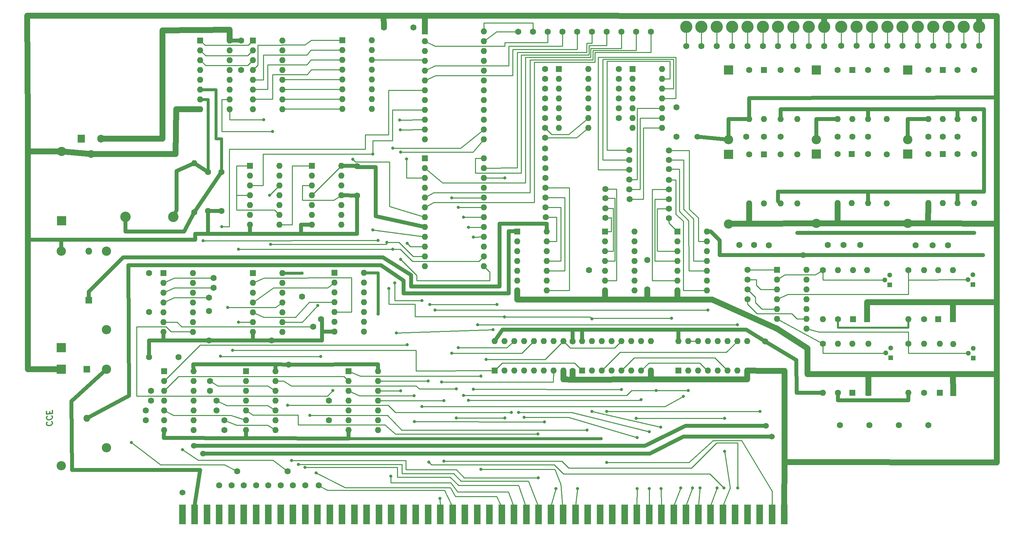
<source format=gbr>
%TF.GenerationSoftware,KiCad,Pcbnew,7.0.10*%
%TF.CreationDate,2024-03-23T14:15:06-04:00*%
%TF.ProjectId,MITS 88-2SIO,4d495453-2038-4382-9d32-53494f2e6b69,rev?*%
%TF.SameCoordinates,Original*%
%TF.FileFunction,Copper,L2,Bot*%
%TF.FilePolarity,Positive*%
%FSLAX46Y46*%
G04 Gerber Fmt 4.6, Leading zero omitted, Abs format (unit mm)*
G04 Created by KiCad (PCBNEW 7.0.10) date 2024-03-23 14:15:06*
%MOMM*%
%LPD*%
G01*
G04 APERTURE LIST*
%ADD10C,0.300000*%
%TA.AperFunction,NonConductor*%
%ADD11C,0.300000*%
%TD*%
%TA.AperFunction,ComponentPad*%
%ADD12C,1.600000*%
%TD*%
%TA.AperFunction,ComponentPad*%
%ADD13R,1.600000X1.600000*%
%TD*%
%TA.AperFunction,ComponentPad*%
%ADD14O,1.600000X1.600000*%
%TD*%
%TA.AperFunction,ComponentPad*%
%ADD15R,2.400000X2.400000*%
%TD*%
%TA.AperFunction,ComponentPad*%
%ADD16O,2.400000X2.400000*%
%TD*%
%TA.AperFunction,ComponentPad*%
%ADD17C,3.160000*%
%TD*%
%TA.AperFunction,ComponentPad*%
%ADD18C,2.400000*%
%TD*%
%TA.AperFunction,ComponentPad*%
%ADD19R,1.300000X1.300000*%
%TD*%
%TA.AperFunction,ComponentPad*%
%ADD20C,1.300000*%
%TD*%
%TA.AperFunction,ComponentPad*%
%ADD21R,1.800000X1.800000*%
%TD*%
%TA.AperFunction,ComponentPad*%
%ADD22O,1.800000X1.800000*%
%TD*%
%TA.AperFunction,ComponentPad*%
%ADD23R,1.905000X2.000000*%
%TD*%
%TA.AperFunction,ComponentPad*%
%ADD24O,1.905000X2.000000*%
%TD*%
%TA.AperFunction,ConnectorPad*%
%ADD25R,1.778000X5.080000*%
%TD*%
%TA.AperFunction,ComponentPad*%
%ADD26C,2.700000*%
%TD*%
%TA.AperFunction,ViaPad*%
%ADD27C,0.800000*%
%TD*%
%TA.AperFunction,ViaPad*%
%ADD28C,1.524000*%
%TD*%
%TA.AperFunction,Conductor*%
%ADD29C,1.016000*%
%TD*%
%TA.AperFunction,Conductor*%
%ADD30C,0.250000*%
%TD*%
%TA.AperFunction,Conductor*%
%ADD31C,1.500000*%
%TD*%
%TA.AperFunction,Conductor*%
%ADD32C,1.524000*%
%TD*%
%TA.AperFunction,Conductor*%
%ADD33C,0.762000*%
%TD*%
%TA.AperFunction,Conductor*%
%ADD34C,0.500000*%
%TD*%
G04 APERTURE END LIST*
D10*
D11*
X28744528Y-134635356D02*
X28673100Y-134715713D01*
X28673100Y-134715713D02*
X28601671Y-134938928D01*
X28601671Y-134938928D02*
X28601671Y-135081785D01*
X28601671Y-135081785D02*
X28673100Y-135287142D01*
X28673100Y-135287142D02*
X28815957Y-135412142D01*
X28815957Y-135412142D02*
X28958814Y-135465713D01*
X28958814Y-135465713D02*
X29244528Y-135501428D01*
X29244528Y-135501428D02*
X29458814Y-135474642D01*
X29458814Y-135474642D02*
X29744528Y-135367499D01*
X29744528Y-135367499D02*
X29887385Y-135278213D01*
X29887385Y-135278213D02*
X30030242Y-135117499D01*
X30030242Y-135117499D02*
X30101671Y-134894285D01*
X30101671Y-134894285D02*
X30101671Y-134751428D01*
X30101671Y-134751428D02*
X30030242Y-134546071D01*
X30030242Y-134546071D02*
X29958814Y-134483571D01*
X28744528Y-133135356D02*
X28673100Y-133215713D01*
X28673100Y-133215713D02*
X28601671Y-133438928D01*
X28601671Y-133438928D02*
X28601671Y-133581785D01*
X28601671Y-133581785D02*
X28673100Y-133787142D01*
X28673100Y-133787142D02*
X28815957Y-133912142D01*
X28815957Y-133912142D02*
X28958814Y-133965713D01*
X28958814Y-133965713D02*
X29244528Y-134001428D01*
X29244528Y-134001428D02*
X29458814Y-133974642D01*
X29458814Y-133974642D02*
X29744528Y-133867499D01*
X29744528Y-133867499D02*
X29887385Y-133778213D01*
X29887385Y-133778213D02*
X30030242Y-133617499D01*
X30030242Y-133617499D02*
X30101671Y-133394285D01*
X30101671Y-133394285D02*
X30101671Y-133251428D01*
X30101671Y-133251428D02*
X30030242Y-133046071D01*
X30030242Y-133046071D02*
X29958814Y-132983571D01*
X29387385Y-132412142D02*
X29387385Y-131912142D01*
X28601671Y-131796071D02*
X28601671Y-132510356D01*
X28601671Y-132510356D02*
X30101671Y-132322856D01*
X30101671Y-132322856D02*
X30101671Y-131608571D01*
D12*
%TO.P,W1,1,Pin_1*%
%TO.N,/~{PINT}*%
X98958400Y-150990000D03*
%TD*%
D13*
%TO.P,U4,1*%
%TO.N,/~{DI_ENA}*%
X191871600Y-121208800D03*
D14*
%TO.P,U4,2*%
%TO.N,/D4*%
X194411600Y-121208800D03*
%TO.P,U4,3*%
%TO.N,/DI4*%
X196951600Y-121208800D03*
%TO.P,U4,4*%
%TO.N,/D5*%
X199491600Y-121208800D03*
%TO.P,U4,5*%
%TO.N,/DI5*%
X202031600Y-121208800D03*
%TO.P,U4,6*%
%TO.N,/D6*%
X204571600Y-121208800D03*
%TO.P,U4,7*%
%TO.N,/DI6*%
X207111600Y-121208800D03*
%TO.P,U4,8,GND*%
%TO.N,GND*%
X209651600Y-121208800D03*
%TO.P,U4,9*%
%TO.N,/DI7*%
X209651600Y-113588800D03*
%TO.P,U4,10*%
%TO.N,/D7*%
X207111600Y-113588800D03*
%TO.P,U4,11*%
%TO.N,unconnected-(U4-Pad11)*%
X204571600Y-113588800D03*
%TO.P,U4,12*%
%TO.N,unconnected-(U4-Pad12)*%
X202031600Y-113588800D03*
%TO.P,U4,13*%
%TO.N,/PRDY*%
X199491600Y-113588800D03*
%TO.P,U4,14*%
%TO.N,Net-(U11B-~{Q})*%
X196951600Y-113588800D03*
%TO.P,U4,15*%
X194411600Y-113588800D03*
%TO.P,U4,16,VCC*%
%TO.N,/VCC*%
X191871600Y-113588800D03*
%TD*%
D12*
%TO.P,P30,1,1*%
%TO.N,Net-(P30-Pad1)*%
X157480000Y-66294000D03*
%TD*%
%TO.P,P71,1,1*%
%TO.N,Net-(Q4-C)*%
X248920000Y-135382000D03*
%TD*%
%TO.P,R20,1*%
%TO.N,Net-(P81-Pad1)*%
X222631000Y-65278000D03*
D14*
%TO.P,R20,2*%
%TO.N,/-16_V*%
X222631000Y-77978000D03*
%TD*%
D15*
%TO.P,C1,1*%
%TO.N,/+12_V*%
X32385000Y-115316000D03*
D16*
%TO.P,C1,2*%
%TO.N,GND*%
X32385000Y-90316000D03*
%TD*%
D12*
%TO.P,R21,1*%
%TO.N,Net-(Q4-B)*%
X251333000Y-114300000D03*
D14*
%TO.P,R21,2*%
%TO.N,/VCC*%
X251333000Y-127000000D03*
%TD*%
D12*
%TO.P,P14,1,1*%
%TO.N,Net-(P14-Pad1)*%
X55118000Y-96012000D03*
%TD*%
D13*
%TO.P,D11,1,K*%
%TO.N,GND*%
X241046000Y-127000000D03*
D14*
%TO.P,D11,2,A*%
%TO.N,Net-(D10-K)*%
X241046000Y-114300000D03*
%TD*%
D12*
%TO.P,C17,1*%
%TO.N,/VCC*%
X70612000Y-105791000D03*
%TO.P,C17,2*%
%TO.N,GND*%
X70612000Y-113411000D03*
%TD*%
%TO.P,C12,1*%
%TO.N,/VCC*%
X191389000Y-53086000D03*
%TO.P,C12,2*%
%TO.N,GND*%
X191389000Y-60706000D03*
%TD*%
%TO.P,P109,1,1*%
%TO.N,/S1_4*%
X205783600Y-37236400D03*
%TD*%
%TO.P,P110,1,1*%
%TO.N,/S1_5*%
X209743600Y-37236400D03*
%TD*%
%TO.P,P89,1,1*%
%TO.N,/D_4*%
X161925000Y-33528000D03*
%TD*%
D13*
%TO.P,U10,1*%
%TO.N,/~{DO_ENA}*%
X144373601Y-121259601D03*
D14*
%TO.P,U10,2*%
%TO.N,/DO3*%
X146913601Y-121259601D03*
%TO.P,U10,3*%
%TO.N,/D3*%
X149453601Y-121259601D03*
%TO.P,U10,4*%
%TO.N,/DO2*%
X151993601Y-121259601D03*
%TO.P,U10,5*%
%TO.N,/D2*%
X154533601Y-121259601D03*
%TO.P,U10,6*%
%TO.N,/DO1*%
X157073601Y-121259601D03*
%TO.P,U10,7*%
%TO.N,/D1*%
X159613601Y-121259601D03*
%TO.P,U10,8,GND*%
%TO.N,GND*%
X162153601Y-121259601D03*
%TO.P,U10,9*%
%TO.N,/D0*%
X162153601Y-113639601D03*
%TO.P,U10,10*%
%TO.N,/DO0*%
X159613601Y-113639601D03*
%TO.P,U10,11*%
%TO.N,/DI2*%
X157073601Y-113639601D03*
%TO.P,U10,12*%
%TO.N,/D2*%
X154533601Y-113639601D03*
%TO.P,U10,13*%
%TO.N,/DI3*%
X151993601Y-113639601D03*
%TO.P,U10,14*%
%TO.N,/D3*%
X149453601Y-113639601D03*
%TO.P,U10,15*%
%TO.N,/~{DI_ENA}*%
X146913601Y-113639601D03*
%TO.P,U10,16,VCC*%
%TO.N,/VCC*%
X144373601Y-113639601D03*
%TD*%
D12*
%TO.P,P100,1,1*%
%TO.N,/S2_5*%
X249851600Y-37178400D03*
%TD*%
D13*
%TO.P,D6,1,K*%
%TO.N,Net-(D6-K)*%
X236855000Y-43434000D03*
D14*
%TO.P,D6,2,A*%
%TO.N,Net-(D6-A)*%
X236855000Y-56134000D03*
%TD*%
D12*
%TO.P,P3,1,1*%
%TO.N,Net-(P3-Pad1)*%
X74549000Y-134112000D03*
%TD*%
%TO.P,P25,1,1*%
%TO.N,Net-(P25-Pad1)*%
X189484000Y-71882000D03*
%TD*%
D13*
%TO.P,D5,1,K*%
%TO.N,GND*%
X240690400Y-107950000D03*
D14*
%TO.P,D5,2,A*%
%TO.N,Net-(D4-K)*%
X240690400Y-95250000D03*
%TD*%
D12*
%TO.P,P20,1,1*%
%TO.N,Net-(P20-Pad1)*%
X179171600Y-66675000D03*
%TD*%
%TO.P,R15,1*%
%TO.N,Net-(P79-Pad1)*%
X268351000Y-43434000D03*
D14*
%TO.P,R15,2*%
%TO.N,/-16_V*%
X268351000Y-56134000D03*
%TD*%
D17*
%TO.P,J3,1,Pin_1*%
%TO.N,/S2_1*%
X234005400Y-32257000D03*
%TO.P,J3,2,Pin_2*%
%TO.N,/S2_2*%
X237965400Y-32257000D03*
%TO.P,J3,3,Pin_3*%
%TO.N,/S2_3*%
X241925400Y-32257000D03*
%TO.P,J3,4,Pin_4*%
%TO.N,/S2_4*%
X245885400Y-32257000D03*
%TO.P,J3,5,Pin_5*%
%TO.N,/S2_5*%
X249845400Y-32257000D03*
%TO.P,J3,6,Pin_6*%
%TO.N,/S2_6*%
X253805400Y-32257000D03*
%TO.P,J3,7,Pin_7*%
%TO.N,/S2_7*%
X257765400Y-32257000D03*
%TO.P,J3,8,Pin_8*%
%TO.N,/S2_8*%
X261725400Y-32257000D03*
%TO.P,J3,9,Pin_9*%
%TO.N,/S2_9*%
X265685400Y-32257000D03*
%TO.P,J3,10,Pin_10*%
%TO.N,GND*%
X269645400Y-32257000D03*
%TD*%
D12*
%TO.P,P18,1,1*%
%TO.N,Net-(P18-Pad1)*%
X55118000Y-106045000D03*
%TD*%
D13*
%TO.P,U20,1,Q0*%
%TO.N,Net-(U20-Q0)*%
X68326000Y-35814000D03*
D14*
%TO.P,U20,2,Q1*%
%TO.N,Net-(U20-Q1)*%
X68326000Y-38354000D03*
%TO.P,U20,3,Q2*%
%TO.N,Net-(U20-Q2)*%
X68326000Y-40894000D03*
%TO.P,U20,4,~{E}*%
%TO.N,unconnected-(U20-~{E}-Pad4)*%
X68326000Y-43434000D03*
%TO.P,U20,5,CP*%
%TO.N,GND*%
X68326000Y-45974000D03*
%TO.P,U20,6,OX*%
%TO.N,Net-(U20-OX)*%
X68326000Y-48514000D03*
%TO.P,U20,7,IX*%
%TO.N,Net-(U20-IX)*%
X68326000Y-51054000D03*
%TO.P,U20,8,GND*%
%TO.N,GND*%
X68326000Y-53594000D03*
%TO.P,U20,9,CO*%
%TO.N,Net-(U20-CO)*%
X75946000Y-53594000D03*
%TO.P,U20,10,Z*%
%TO.N,Net-(U20-Z)*%
X75946000Y-51054000D03*
%TO.P,U20,11,S3*%
%TO.N,unconnected-(U20-S3-Pad11)*%
X75946000Y-48514000D03*
%TO.P,U20,12,S2*%
%TO.N,Net-(U20-Q2)*%
X75946000Y-45974000D03*
%TO.P,U20,13,S1*%
%TO.N,Net-(U20-Q1)*%
X75946000Y-43434000D03*
%TO.P,U20,14,S0*%
%TO.N,Net-(U20-Q0)*%
X75946000Y-40894000D03*
%TO.P,U20,15,IM*%
%TO.N,unconnected-(U20-IM-Pad15)*%
X75946000Y-38354000D03*
%TO.P,U20,16,VCC*%
%TO.N,/VCC*%
X75946000Y-35814000D03*
%TD*%
D12*
%TO.P,P7,1,1*%
%TO.N,Net-(P7-Pad1)*%
X101600000Y-129032000D03*
%TD*%
D15*
%TO.P,C2,1*%
%TO.N,GND*%
X32385000Y-120904000D03*
D16*
%TO.P,C2,2*%
%TO.N,/-12_V*%
X32385000Y-145904000D03*
%TD*%
D13*
%TO.P,U5,1*%
%TO.N,Net-(U11B-~{R})*%
X103022400Y-95885000D03*
D14*
%TO.P,U5,2*%
%TO.N,Net-(U3-Pad4)*%
X103022400Y-98425000D03*
%TO.P,U5,3*%
%TO.N,/PWAIT*%
X103022400Y-100965000D03*
%TO.P,U5,4*%
%TO.N,Net-(U3-Pad5)*%
X103022400Y-103505000D03*
%TO.P,U5,5*%
%TO.N,Net-(U3-Pad2)*%
X103022400Y-106045000D03*
%TO.P,U5,6*%
%TO.N,/PDBIN*%
X103022400Y-108585000D03*
%TO.P,U5,7,GND*%
%TO.N,GND*%
X103022400Y-111125000D03*
%TO.P,U5,8*%
%TO.N,unconnected-(U5-Pad8)*%
X110642400Y-111125000D03*
%TO.P,U5,9*%
%TO.N,unconnected-(U5-Pad9)*%
X110642400Y-108585000D03*
%TO.P,U5,10*%
%TO.N,unconnected-(U5-Pad10)*%
X110642400Y-106045000D03*
%TO.P,U5,11*%
%TO.N,unconnected-(U5-Pad11)*%
X110642400Y-103505000D03*
%TO.P,U5,12*%
%TO.N,unconnected-(U5-Pad12)*%
X110642400Y-100965000D03*
%TO.P,U5,13*%
%TO.N,unconnected-(U5-Pad13)*%
X110642400Y-98425000D03*
%TO.P,U5,14,VCC*%
%TO.N,/VCC*%
X110642400Y-95885000D03*
%TD*%
D12*
%TO.P,W6,1,Pin_1*%
%TO.N,/~{VI4}*%
X85928200Y-150990000D03*
%TD*%
%TO.P,P54,1,1*%
%TO.N,Net-(P54-Pad1)*%
X176530000Y-43180000D03*
%TD*%
D13*
%TO.P,U2,1*%
%TO.N,/A6*%
X106680000Y-121412000D03*
D14*
%TO.P,U2,2*%
%TO.N,Net-(P6-Pad1)*%
X106680000Y-123952000D03*
%TO.P,U2,3*%
%TO.N,/A7*%
X106680000Y-126492000D03*
%TO.P,U2,4*%
%TO.N,Net-(P7-Pad1)*%
X106680000Y-129032000D03*
%TO.P,U2,5*%
X106680000Y-131572000D03*
%TO.P,U2,6*%
%TO.N,Net-(P13-Pad1)*%
X106680000Y-134112000D03*
%TO.P,U2,7,GND*%
%TO.N,GND*%
X106680000Y-136652000D03*
%TO.P,U2,8*%
%TO.N,Net-(U2-Pad8)*%
X114300000Y-136652000D03*
%TO.P,U2,9*%
%TO.N,Net-(U2-Pad9)*%
X114300000Y-134112000D03*
%TO.P,U2,10*%
%TO.N,Net-(U2-Pad10)*%
X114300000Y-131572000D03*
%TO.P,U2,11*%
%TO.N,/SINP*%
X114300000Y-129032000D03*
%TO.P,U2,12*%
%TO.N,/R{slash}~{W}*%
X114300000Y-126492000D03*
%TO.P,U2,13*%
%TO.N,/SOUT*%
X114300000Y-123952000D03*
%TO.P,U2,14,VCC*%
%TO.N,/VCC*%
X114300000Y-121412000D03*
%TD*%
D12*
%TO.P,P49,1,1*%
%TO.N,Net-(P49-Pad1)*%
X157480000Y-63754000D03*
%TD*%
%TO.P,P58,1,1*%
%TO.N,Net-(D3-K)*%
X209423000Y-60706000D03*
%TD*%
D18*
%TO.P,R2,1*%
%TO.N,/-16_V*%
X44069000Y-120904000D03*
D16*
%TO.P,R2,2*%
%TO.N,/-12_V*%
X44069000Y-141224000D03*
%TD*%
D13*
%TO.P,U22,1,A0*%
%TO.N,Net-(U20-Q0)*%
X81915000Y-35814000D03*
D14*
%TO.P,U22,2,A1*%
%TO.N,Net-(U20-Q1)*%
X81915000Y-38354000D03*
%TO.P,U22,3,A2*%
%TO.N,Net-(U20-Q2)*%
X81915000Y-40894000D03*
%TO.P,U22,4,Q0*%
%TO.N,/110*%
X81915000Y-43434000D03*
%TO.P,U22,5,Q1*%
%TO.N,/9600*%
X81915000Y-45974000D03*
%TO.P,U22,6,Q2*%
%TO.N,/4800*%
X81915000Y-48514000D03*
%TO.P,U22,7,Q3*%
%TO.N,/1800*%
X81915000Y-51054000D03*
%TO.P,U22,8,GND*%
%TO.N,GND*%
X81915000Y-53594000D03*
%TO.P,U22,9,Q4*%
%TO.N,/1200*%
X89535000Y-53594000D03*
%TO.P,U22,10,Q5*%
%TO.N,/2400*%
X89535000Y-51054000D03*
%TO.P,U22,11,Q6*%
%TO.N,/300*%
X89535000Y-48514000D03*
%TO.P,U22,12,Q7*%
%TO.N,/150*%
X89535000Y-45974000D03*
%TO.P,U22,13,D*%
%TO.N,Net-(U20-Z)*%
X89535000Y-43434000D03*
%TO.P,U22,14,E*%
%TO.N,Net-(U20-CO)*%
X89535000Y-40894000D03*
%TO.P,U22,15,Clr*%
%TO.N,unconnected-(U22-Clr-Pad15)*%
X89535000Y-38354000D03*
%TO.P,U22,16,VCC*%
%TO.N,/VCC*%
X89535000Y-35814000D03*
%TD*%
D12*
%TO.P,R23,1*%
%TO.N,Net-(D15-K)*%
X233045000Y-65151000D03*
D14*
%TO.P,R23,2*%
%TO.N,GND*%
X233045000Y-77851000D03*
%TD*%
D12*
%TO.P,R3,1*%
%TO.N,Net-(D3-K)*%
X210185000Y-43434000D03*
D14*
%TO.P,R3,2*%
%TO.N,GND*%
X210185000Y-56134000D03*
%TD*%
D12*
%TO.P,P60,1,1*%
%TO.N,Net-(D9-K)*%
X256540000Y-60706000D03*
%TD*%
%TO.P,W3,1,Pin_1*%
%TO.N,/~{VI1}*%
X76403200Y-150990000D03*
%TD*%
%TO.P,P88,1,1*%
%TO.N,/D_3*%
X158115000Y-33528000D03*
%TD*%
D15*
%TO.P,C6,1*%
%TO.N,Net-(D12-K)*%
X204851000Y-65278000D03*
D16*
%TO.P,C6,2*%
%TO.N,GND*%
X204851000Y-83278000D03*
%TD*%
D12*
%TO.P,W5,1,Pin_1*%
%TO.N,/~{VI3}*%
X82753200Y-150990000D03*
%TD*%
%TO.P,P21,1,1*%
%TO.N,Net-(P21-Pad1)*%
X189484000Y-79349600D03*
%TD*%
%TO.P,P99,1,1*%
%TO.N,/S2_4*%
X245891600Y-37178400D03*
%TD*%
%TO.P,P68,1,1*%
%TO.N,Net-(Q1-C)*%
X241300000Y-135382000D03*
%TD*%
%TO.P,R19,1*%
%TO.N,Net-(D12-A)*%
X218313000Y-65278000D03*
D14*
%TO.P,R19,2*%
%TO.N,/+16_V*%
X218313000Y-77978000D03*
%TD*%
D12*
%TO.P,P37,1,1*%
%TO.N,Net-(P37-Pad1)*%
X157480000Y-53340000D03*
%TD*%
%TO.P,P114,1,1*%
%TO.N,/S1_9*%
X225583600Y-37236400D03*
%TD*%
D15*
%TO.P,C5,1*%
%TO.N,Net-(D9-K)*%
X251206000Y-43434000D03*
D16*
%TO.P,C5,2*%
%TO.N,GND*%
X251206000Y-61434000D03*
%TD*%
D12*
%TO.P,P40,1,1*%
%TO.N,Net-(P40-Pad1)*%
X209753200Y-102819200D03*
%TD*%
%TO.P,R22,1*%
%TO.N,/VCC*%
X255397000Y-127000000D03*
D14*
%TO.P,R22,2*%
%TO.N,Net-(D13-A)*%
X255397000Y-114300000D03*
%TD*%
D12*
%TO.P,P42,1,1*%
%TO.N,Net-(P42-Pad1)*%
X179171600Y-64135000D03*
%TD*%
D18*
%TO.P,R1,1*%
%TO.N,/+16_V*%
X44069000Y-90297000D03*
D16*
%TO.P,R1,2*%
%TO.N,/+12_V*%
X44069000Y-110617000D03*
%TD*%
D13*
%TO.P,U15,1,VSS*%
%TO.N,GND*%
X126390400Y-66294000D03*
D14*
%TO.P,U15,2,Rx_Data*%
%TO.N,/E_3*%
X126390400Y-68834000D03*
%TO.P,U15,3,Rx_CLK*%
%TO.N,/CK1*%
X126390400Y-71374000D03*
%TO.P,U15,4,Tx_CLK*%
X126390400Y-73914000D03*
%TO.P,U15,5,~{RTS}*%
%TO.N,/E_4*%
X126390400Y-76454000D03*
%TO.P,U15,6,Tx_Data*%
%TO.N,/E_5*%
X126390400Y-78994000D03*
%TO.P,U15,7,~{IRQ}*%
%TO.N,/~{EI}*%
X126390400Y-81534000D03*
%TO.P,U15,8,CS0*%
%TO.N,/VCC*%
X126390400Y-84074000D03*
%TO.P,U15,9,CS2*%
%TO.N,/~{CS2}*%
X126390400Y-86614000D03*
%TO.P,U15,10,CS1*%
%TO.N,/E_CS1*%
X126390400Y-89154000D03*
%TO.P,U15,11,RS*%
%TO.N,/RS*%
X126390400Y-91694000D03*
%TO.P,U15,12,VCC*%
%TO.N,/VCC*%
X126390400Y-94234000D03*
%TO.P,U15,13,R/~{W}*%
%TO.N,/R{slash}~{W}*%
X141630400Y-94234000D03*
%TO.P,U15,14,E*%
%TO.N,/E*%
X141630400Y-91694000D03*
%TO.P,U15,15,D7*%
%TO.N,/D7*%
X141630400Y-89154000D03*
%TO.P,U15,16,D6*%
%TO.N,/D6*%
X141630400Y-86614000D03*
%TO.P,U15,17,D5*%
%TO.N,/D5*%
X141630400Y-84074000D03*
%TO.P,U15,18,D4*%
%TO.N,/D4*%
X141630400Y-81534000D03*
%TO.P,U15,19,D3*%
%TO.N,/D3*%
X141630400Y-78994000D03*
%TO.P,U15,20,D2*%
%TO.N,/D2*%
X141630400Y-76454000D03*
%TO.P,U15,21,D1*%
%TO.N,/D1*%
X141630400Y-73914000D03*
%TO.P,U15,22,D0*%
%TO.N,/D0*%
X141630400Y-71374000D03*
%TO.P,U15,23,~{DCD}*%
%TO.N,/E_1*%
X141630400Y-68834000D03*
%TO.P,U15,24,~{CTS}*%
%TO.N,/E_2*%
X141630400Y-66294000D03*
%TD*%
D12*
%TO.P,P87,1,1*%
%TO.N,/D_2*%
X154305000Y-33528000D03*
%TD*%
%TO.P,P69,1,1*%
%TO.N,Net-(Q2-C)*%
X256540000Y-135382000D03*
%TD*%
%TO.P,P94,1,1*%
%TO.N,/E_4*%
X180975000Y-33528000D03*
%TD*%
%TO.P,P96,1,1*%
%TO.N,/S2_1*%
X234011600Y-37178400D03*
%TD*%
%TO.P,P39,1,1*%
%TO.N,Net-(P39-Pad1)*%
X157556200Y-76454000D03*
%TD*%
D19*
%TO.P,Q3,1,C*%
%TO.N,Net-(Q3-C)*%
X246761000Y-117957600D03*
D20*
%TO.P,Q3,2,B*%
%TO.N,Net-(Q3-B)*%
X245491000Y-116687600D03*
%TO.P,Q3,3,E*%
%TO.N,Net-(D10-A)*%
X246761000Y-115417600D03*
%TD*%
D13*
%TO.P,D9,1,K*%
%TO.N,Net-(D9-K)*%
X260223000Y-43434000D03*
D14*
%TO.P,D9,2,A*%
%TO.N,Net-(D9-A)*%
X260223000Y-56134000D03*
%TD*%
D12*
%TO.P,C13,1*%
%TO.N,GND*%
X164541200Y-121310400D03*
%TO.P,C13,2*%
%TO.N,/VCC*%
X164541200Y-113690400D03*
%TD*%
%TO.P,P43,1,1*%
%TO.N,Net-(P43-Pad1)*%
X189484000Y-81788000D03*
%TD*%
%TO.P,P113,1,1*%
%TO.N,/S1_8*%
X221623600Y-37236400D03*
%TD*%
%TO.P,P28,1,1*%
%TO.N,Net-(U18A-1A)*%
X157556200Y-71374000D03*
%TD*%
D13*
%TO.P,U14,1,VSS*%
%TO.N,GND*%
X126365000Y-33401000D03*
D14*
%TO.P,U14,2,Rx_Data*%
%TO.N,/D_3*%
X126365000Y-35941000D03*
%TO.P,U14,3,Rx_CLK*%
%TO.N,/CK0*%
X126365000Y-38481000D03*
%TO.P,U14,4,Tx_CLK*%
X126365000Y-41021000D03*
%TO.P,U14,5,~{RTS}*%
%TO.N,/D_4*%
X126365000Y-43561000D03*
%TO.P,U14,6,Tx_Data*%
%TO.N,/D_5*%
X126365000Y-46101000D03*
%TO.P,U14,7,~{IRQ}*%
%TO.N,/~{DI}*%
X126365000Y-48641000D03*
%TO.P,U14,8,CS0*%
%TO.N,/VCC*%
X126365000Y-51181000D03*
%TO.P,U14,9,CS2*%
%TO.N,/~{CS2}*%
X126365000Y-53721000D03*
%TO.P,U14,10,CS1*%
%TO.N,/D_CS1*%
X126365000Y-56261000D03*
%TO.P,U14,11,RS*%
%TO.N,/RS*%
X126365000Y-58801000D03*
%TO.P,U14,12,VCC*%
%TO.N,/VCC*%
X126365000Y-61341000D03*
%TO.P,U14,13,R/~{W}*%
%TO.N,/R{slash}~{W}*%
X141605000Y-61341000D03*
%TO.P,U14,14,E*%
%TO.N,/E*%
X141605000Y-58801000D03*
%TO.P,U14,15,D7*%
%TO.N,/D7*%
X141605000Y-56261000D03*
%TO.P,U14,16,D6*%
%TO.N,/D6*%
X141605000Y-53721000D03*
%TO.P,U14,17,D5*%
%TO.N,/D5*%
X141605000Y-51181000D03*
%TO.P,U14,18,D4*%
%TO.N,/D4*%
X141605000Y-48641000D03*
%TO.P,U14,19,D3*%
%TO.N,/D3*%
X141605000Y-46101000D03*
%TO.P,U14,20,D2*%
%TO.N,/D2*%
X141605000Y-43561000D03*
%TO.P,U14,21,D1*%
%TO.N,/D1*%
X141605000Y-41021000D03*
%TO.P,U14,22,D0*%
%TO.N,/D0*%
X141605000Y-38481000D03*
%TO.P,U14,23,~{DCD}*%
%TO.N,/D_1*%
X141605000Y-35941000D03*
%TO.P,U14,24,~{CTS}*%
%TO.N,/D_2*%
X141605000Y-33401000D03*
%TD*%
D12*
%TO.P,R5,1*%
%TO.N,Net-(P75-Pad1)*%
X222631000Y-43434000D03*
D14*
%TO.P,R5,2*%
%TO.N,/-16_V*%
X222631000Y-56134000D03*
%TD*%
D12*
%TO.P,P56,1,1*%
%TO.N,Net-(P56-Pad1)*%
X157505400Y-73914000D03*
%TD*%
%TO.P,P66,1,1*%
%TO.N,Net-(P66-Pad1)*%
X157480000Y-48260000D03*
%TD*%
%TO.P,P72,1,1*%
%TO.N,Net-(P72-Pad1)*%
X157480000Y-50800000D03*
%TD*%
D13*
%TO.P,D8,1,K*%
%TO.N,GND*%
X262890000Y-107950000D03*
D14*
%TO.P,D8,2,A*%
%TO.N,Net-(D7-K)*%
X262890000Y-95250000D03*
%TD*%
D19*
%TO.P,Q2,1,C*%
%TO.N,Net-(Q2-C)*%
X268020800Y-99009200D03*
D20*
%TO.P,Q2,2,B*%
%TO.N,Net-(Q2-B)*%
X266750800Y-97739200D03*
%TO.P,Q2,3,E*%
%TO.N,Net-(D7-A)*%
X268020800Y-96469200D03*
%TD*%
D13*
%TO.P,D7,1,K*%
%TO.N,Net-(D7-K)*%
X259029200Y-107950000D03*
D14*
%TO.P,D7,2,A*%
%TO.N,Net-(D7-A)*%
X259029200Y-95250000D03*
%TD*%
D12*
%TO.P,P108,1,1*%
%TO.N,/S1_3*%
X201823600Y-37236400D03*
%TD*%
%TO.P,P13,1,1*%
%TO.N,Net-(P13-Pad1)*%
X101600000Y-134112000D03*
%TD*%
D13*
%TO.P,U1,1*%
%TO.N,/A0*%
X80162400Y-121412000D03*
D14*
%TO.P,U1,2*%
%TO.N,Net-(U1-Pad2)*%
X80162400Y-123952000D03*
%TO.P,U1,3*%
%TO.N,/A1*%
X80162400Y-126492000D03*
%TO.P,U1,4*%
%TO.N,/D_CS1*%
X80162400Y-129032000D03*
%TO.P,U1,5*%
%TO.N,/A2*%
X80162400Y-131572000D03*
%TO.P,U1,6*%
%TO.N,Net-(P2-Pad1)*%
X80162400Y-134112000D03*
%TO.P,U1,7,GND*%
%TO.N,GND*%
X80162400Y-136652000D03*
%TO.P,U1,8*%
%TO.N,Net-(P3-Pad1)*%
X87782400Y-136652000D03*
%TO.P,U1,9*%
%TO.N,/A3*%
X87782400Y-134112000D03*
%TO.P,U1,10*%
%TO.N,Net-(P4-Pad1)*%
X87782400Y-131572000D03*
%TO.P,U1,11*%
%TO.N,/A4*%
X87782400Y-129032000D03*
%TO.P,U1,12*%
%TO.N,Net-(P5-Pad1)*%
X87782400Y-126492000D03*
%TO.P,U1,13*%
%TO.N,/A5*%
X87782400Y-123952000D03*
%TO.P,U1,14,VCC*%
%TO.N,/VCC*%
X87782400Y-121412000D03*
%TD*%
D13*
%TO.P,U11,1,C*%
%TO.N,/~{DI_ENA}*%
X97180400Y-68199000D03*
D14*
%TO.P,U11,2,~{R}*%
%TO.N,Net-(U11B-~{R})*%
X97180400Y-70739000D03*
%TO.P,U11,3,K*%
%TO.N,GND*%
X97180400Y-73279000D03*
%TO.P,U11,4,VCC*%
%TO.N,/VCC*%
X97180400Y-75819000D03*
%TO.P,U11,5,C*%
%TO.N,unconnected-(U11A-C-Pad5)*%
X97180400Y-78359000D03*
%TO.P,U11,6,~{R}*%
%TO.N,unconnected-(U11A-~{R}-Pad6)*%
X97180400Y-80899000D03*
%TO.P,U11,7,J*%
%TO.N,GND*%
X97180400Y-83439000D03*
%TO.P,U11,8,~{Q}*%
%TO.N,unconnected-(U11A-~{Q}-Pad8)*%
X104800400Y-83439000D03*
%TO.P,U11,9,Q*%
%TO.N,unconnected-(U11A-Q-Pad9)*%
X104800400Y-80899000D03*
%TO.P,U11,10,K*%
%TO.N,unconnected-(U11A-K-Pad10)*%
X104800400Y-78359000D03*
%TO.P,U11,11,GND*%
%TO.N,GND*%
X104800400Y-75819000D03*
%TO.P,U11,12,Q*%
%TO.N,unconnected-(U11B-Q-Pad12)*%
X104800400Y-73279000D03*
%TO.P,U11,13,~{Q}*%
%TO.N,Net-(U11B-~{Q})*%
X104800400Y-70739000D03*
%TO.P,U11,14,J*%
%TO.N,/VCC*%
X104800400Y-68199000D03*
%TD*%
D13*
%TO.P,U23,1*%
%TO.N,Net-(P27-Pad1)*%
X217424000Y-95148400D03*
D14*
%TO.P,U23,2*%
%TO.N,Net-(Q1-B)*%
X217424000Y-97688400D03*
%TO.P,U23,3*%
%TO.N,Net-(P29-Pad1)*%
X217424000Y-100228400D03*
%TO.P,U23,4*%
%TO.N,Net-(Q2-B)*%
X217424000Y-102768400D03*
%TO.P,U23,5*%
%TO.N,Net-(P38-Pad1)*%
X217424000Y-105308400D03*
%TO.P,U23,6*%
%TO.N,Net-(Q3-B)*%
X217424000Y-107848400D03*
%TO.P,U23,7,GND*%
%TO.N,GND*%
X217424000Y-110388400D03*
%TO.P,U23,8*%
%TO.N,Net-(Q4-B)*%
X225044000Y-110388400D03*
%TO.P,U23,9*%
%TO.N,Net-(P40-Pad1)*%
X225044000Y-107848400D03*
%TO.P,U23,10*%
%TO.N,unconnected-(U23-Pad10)*%
X225044000Y-105308400D03*
%TO.P,U23,11*%
%TO.N,unconnected-(U23-Pad11)*%
X225044000Y-102768400D03*
%TO.P,U23,12*%
%TO.N,unconnected-(U23-Pad12)*%
X225044000Y-100228400D03*
%TO.P,U23,13*%
%TO.N,unconnected-(U23-Pad13)*%
X225044000Y-97688400D03*
%TO.P,U23,14,VCC*%
%TO.N,/VCC*%
X225044000Y-95148400D03*
%TD*%
D12*
%TO.P,P81,1,1*%
%TO.N,Net-(P81-Pad1)*%
X215265000Y-88773000D03*
%TD*%
%TO.P,P2,1,1*%
%TO.N,Net-(P2-Pad1)*%
X54229000Y-131572000D03*
%TD*%
%TO.P,P77,1,1*%
%TO.N,Net-(P77-Pad1)*%
X240919000Y-60706000D03*
%TD*%
%TO.P,P57,1,1*%
%TO.N,Net-(P57-Pad1)*%
X157556200Y-78994000D03*
%TD*%
%TO.P,W9,1,Pin_1*%
%TO.N,/~{VI7}*%
X95450400Y-150990000D03*
%TD*%
D13*
%TO.P,D18,1,K*%
%TO.N,Net-(D18-K)*%
X260223000Y-65151000D03*
D14*
%TO.P,D18,2,A*%
%TO.N,Net-(D18-A)*%
X260223000Y-77851000D03*
%TD*%
D12*
%TO.P,W10,1,Pin_1*%
%TO.N,/~{DI}*%
X77876400Y-147320000D03*
%TD*%
%TO.P,P78,1,1*%
%TO.N,Net-(D9-A)*%
X260223000Y-60706000D03*
%TD*%
D15*
%TO.P,C7,1*%
%TO.N,Net-(D15-K)*%
X227584000Y-65151000D03*
D16*
%TO.P,C7,2*%
%TO.N,GND*%
X227584000Y-83151000D03*
%TD*%
D13*
%TO.P,U13,1*%
%TO.N,Net-(P43-Pad1)*%
X191643000Y-85217000D03*
D14*
%TO.P,U13,2*%
%TO.N,unconnected-(U13-Pad2)*%
X191643000Y-87757000D03*
%TO.P,U13,3*%
%TO.N,Net-(P21-Pad1)*%
X191643000Y-90297000D03*
%TO.P,U13,4*%
%TO.N,Net-(P45-Pad1)*%
X191643000Y-92837000D03*
%TO.P,U13,5*%
%TO.N,unconnected-(U13-Pad5)*%
X191643000Y-95377000D03*
%TO.P,U13,6*%
%TO.N,Net-(P23-Pad1)*%
X191643000Y-97917000D03*
%TO.P,U13,7,GND*%
%TO.N,GND*%
X191643000Y-100457000D03*
%TO.P,U13,8*%
%TO.N,Net-(P25-Pad1)*%
X199263000Y-100457000D03*
%TO.P,U13,9*%
%TO.N,unconnected-(U13-Pad9)*%
X199263000Y-97917000D03*
%TO.P,U13,10*%
%TO.N,Net-(P47-Pad1)*%
X199263000Y-95377000D03*
%TO.P,U13,11*%
%TO.N,Net-(P32-Pad1)*%
X199263000Y-92837000D03*
%TO.P,U13,12*%
%TO.N,unconnected-(U13-Pad12)*%
X199263000Y-90297000D03*
%TO.P,U13,13*%
%TO.N,Net-(P51-Pad1)*%
X199263000Y-87757000D03*
%TO.P,U13,14,VCC*%
%TO.N,/VCC*%
X199263000Y-85217000D03*
%TD*%
D12*
%TO.P,P34,1,1*%
%TO.N,Net-(P34-Pad1)*%
X173024800Y-79248000D03*
%TD*%
%TO.P,P47,1,1*%
%TO.N,Net-(P47-Pad1)*%
X189484000Y-69088000D03*
%TD*%
D21*
%TO.P,D2,1,K*%
%TO.N,GND*%
X38989000Y-120904000D03*
D22*
%TO.P,D2,2,A*%
%TO.N,/-12_V*%
X38989000Y-133604000D03*
%TD*%
D12*
%TO.P,P33,1,1*%
%TO.N,Net-(P33-Pad1)*%
X176530000Y-50800000D03*
%TD*%
%TO.P,P44,1,1*%
%TO.N,Net-(P44-Pad1)*%
X179171600Y-69215000D03*
%TD*%
%TO.P,C14,1*%
%TO.N,/VCC*%
X108839000Y-68326000D03*
%TO.P,C14,2*%
%TO.N,GND*%
X108839000Y-75946000D03*
%TD*%
D13*
%TO.P,D4,1,K*%
%TO.N,Net-(D4-K)*%
X237032800Y-107950000D03*
D14*
%TO.P,D4,2,A*%
%TO.N,Net-(D4-A)*%
X237032800Y-95250000D03*
%TD*%
D12*
%TO.P,C10,1*%
%TO.N,GND*%
X73761600Y-79883000D03*
%TO.P,C10,2*%
%TO.N,Net-(U20-OX)*%
X73761600Y-69883000D03*
%TD*%
D13*
%TO.P,U16,1*%
%TO.N,Net-(P53-Pad1)*%
X172974000Y-85217000D03*
D14*
%TO.P,U16,2*%
%TO.N,unconnected-(U16-Pad2)*%
X172974000Y-87757000D03*
%TO.P,U16,3*%
%TO.N,Net-(P34-Pad1)*%
X172974000Y-90297000D03*
%TO.P,U16,4*%
%TO.N,Net-(P55-Pad1)*%
X172974000Y-92837000D03*
%TO.P,U16,5*%
%TO.N,unconnected-(U16-Pad5)*%
X172974000Y-95377000D03*
%TO.P,U16,6*%
%TO.N,Net-(P36-Pad1)*%
X172974000Y-97917000D03*
%TO.P,U16,7,GND*%
%TO.N,GND*%
X172974000Y-100457000D03*
%TO.P,U16,8*%
%TO.N,unconnected-(U16-Pad8)*%
X180594000Y-100457000D03*
%TO.P,U16,9*%
%TO.N,unconnected-(U16-Pad9)*%
X180594000Y-97917000D03*
%TO.P,U16,10*%
%TO.N,unconnected-(U16-Pad10)*%
X180594000Y-95377000D03*
%TO.P,U16,11*%
%TO.N,unconnected-(U16-Pad11)*%
X180594000Y-92837000D03*
%TO.P,U16,12*%
%TO.N,unconnected-(U16-Pad12)*%
X180594000Y-90297000D03*
%TO.P,U16,13*%
%TO.N,unconnected-(U16-Pad13)*%
X180594000Y-87757000D03*
%TO.P,U16,14,VCC*%
%TO.N,/VCC*%
X180594000Y-85217000D03*
%TD*%
D12*
%TO.P,P93,1,1*%
%TO.N,/E_3*%
X177165000Y-33528000D03*
%TD*%
D13*
%TO.P,U8,1*%
%TO.N,Net-(P14-Pad1)*%
X58826400Y-96012000D03*
D14*
%TO.P,U8,2*%
%TO.N,Net-(P15-Pad1)*%
X58826400Y-98552000D03*
%TO.P,U8,3*%
%TO.N,Net-(P16-Pad1)*%
X58826400Y-101092000D03*
%TO.P,U8,4*%
%TO.N,Net-(P17-Pad1)*%
X58826400Y-103632000D03*
%TO.P,U8,5*%
%TO.N,Net-(P18-Pad1)*%
X58826400Y-106172000D03*
%TO.P,U8,6*%
%TO.N,Net-(P19-Pad1)*%
X58826400Y-108712000D03*
%TO.P,U8,7,GND*%
%TO.N,GND*%
X58826400Y-111252000D03*
%TO.P,U8,8*%
%TO.N,Net-(U2-Pad9)*%
X66446400Y-111252000D03*
%TO.P,U8,9*%
%TO.N,N/C*%
X66446400Y-108712000D03*
%TO.P,U8,10*%
X66446400Y-106172000D03*
%TO.P,U8,11*%
%TO.N,/VCC*%
X66446400Y-103632000D03*
%TO.P,U8,12*%
X66446400Y-101092000D03*
%TO.P,U8,13*%
%TO.N,N/C*%
X66446400Y-98552000D03*
%TO.P,U8,14,VCC*%
%TO.N,/VCC*%
X66446400Y-96012000D03*
%TD*%
D12*
%TO.P,P85,1,1*%
%TO.N,Net-(P85-Pad1)*%
X261620000Y-88798400D03*
%TD*%
%TO.P,P10,1,1*%
%TO.N,Net-(P10-Pad1)*%
X72517000Y-131572000D03*
%TD*%
%TO.P,R28,1*%
%TO.N,Net-(U20-OX)*%
X66802000Y-80264000D03*
D14*
%TO.P,R28,2*%
%TO.N,Net-(U20-IX)*%
X66802000Y-67564000D03*
%TD*%
D15*
%TO.P,C3,1*%
%TO.N,Net-(D3-K)*%
X204851000Y-43434000D03*
D16*
%TO.P,C3,2*%
%TO.N,GND*%
X204851000Y-61434000D03*
%TD*%
D13*
%TO.P,U7,1*%
%TO.N,Net-(U2-Pad8)*%
X81153000Y-68199000D03*
D14*
%TO.P,U7,2*%
%TO.N,Net-(U7-Pad11)*%
X81153000Y-70739000D03*
%TO.P,U7,3*%
%TO.N,/~{CS2}*%
X81153000Y-73279000D03*
%TO.P,U7,4*%
%TO.N,Net-(U2-Pad8)*%
X81153000Y-75819000D03*
%TO.P,U7,5*%
%TO.N,Net-(U3-Pad8)*%
X81153000Y-78359000D03*
%TO.P,U7,6*%
%TO.N,/~{DO_ENA}*%
X81153000Y-80899000D03*
%TO.P,U7,7,GND*%
%TO.N,GND*%
X81153000Y-83439000D03*
%TO.P,U7,8*%
%TO.N,/~{DI_ENA}*%
X88773000Y-83439000D03*
%TO.P,U7,9*%
%TO.N,Net-(U2-Pad8)*%
X88773000Y-80899000D03*
%TO.P,U7,10*%
%TO.N,/SINP*%
X88773000Y-78359000D03*
%TO.P,U7,11*%
%TO.N,Net-(U7-Pad11)*%
X88773000Y-75819000D03*
%TO.P,U7,12*%
%TO.N,Net-(U2-Pad10)*%
X88773000Y-73279000D03*
%TO.P,U7,13*%
%TO.N,/R{slash}~{W}*%
X88773000Y-70739000D03*
%TO.P,U7,14,VCC*%
%TO.N,/VCC*%
X88773000Y-68199000D03*
%TD*%
D12*
%TO.P,P29,1,1*%
%TO.N,Net-(P29-Pad1)*%
X209753200Y-97688400D03*
%TD*%
D23*
%TO.P,U24,1,IN*%
%TO.N,/+8_V*%
X37592000Y-61214000D03*
D24*
%TO.P,U24,2,GND*%
%TO.N,GND*%
X40132000Y-65151000D03*
%TO.P,U24,3,OUT*%
%TO.N,/VCC*%
X42672000Y-61214000D03*
%TD*%
D12*
%TO.P,R10,1*%
%TO.N,Net-(P77-Pad1)*%
X245745000Y-43434000D03*
D14*
%TO.P,R10,2*%
%TO.N,/-16_V*%
X245745000Y-56134000D03*
%TD*%
D12*
%TO.P,P45,1,1*%
%TO.N,Net-(P45-Pad1)*%
X189484000Y-76835000D03*
%TD*%
%TO.P,R4,1*%
%TO.N,Net-(D3-A)*%
X218313000Y-43434000D03*
D14*
%TO.P,R4,2*%
%TO.N,/+16_V*%
X218313000Y-56134000D03*
%TD*%
D12*
%TO.P,C18,1*%
%TO.N,/VCC*%
X62738000Y-117729000D03*
%TO.P,C18,2*%
%TO.N,GND*%
X55118000Y-117729000D03*
%TD*%
D13*
%TO.P,D13,1,K*%
%TO.N,Net-(D13-K)*%
X259461000Y-127000000D03*
D14*
%TO.P,D13,2,A*%
%TO.N,Net-(D13-A)*%
X259461000Y-114300000D03*
%TD*%
D12*
%TO.P,P73,1,1*%
%TO.N,Net-(P73-Pad1)*%
X157480000Y-60960000D03*
%TD*%
D25*
%TO.P,P1,51,+8_V*%
%TO.N,unconnected-(P1-+8_V-Pad51)*%
X63700000Y-158486000D03*
%TO.P,P1,52,-16_V*%
%TO.N,/-16_V*%
X66875000Y-158486000D03*
%TO.P,P1,53,~{SSW_DSB}*%
%TO.N,unconnected-(P1-~{SSW_DSB}-Pad53)*%
X70050000Y-158486000D03*
%TO.P,P1,54,~{EXT_CLR}*%
%TO.N,unconnected-(P1-~{EXT_CLR}-Pad54)*%
X73225000Y-158486000D03*
%TO.P,P1,55*%
%TO.N,unconnected-(P1-Pad55)*%
X76400000Y-158486000D03*
%TO.P,P1,56*%
%TO.N,unconnected-(P1-Pad56)*%
X79575000Y-158486000D03*
%TO.P,P1,57*%
%TO.N,unconnected-(P1-Pad57)*%
X82750000Y-158486000D03*
%TO.P,P1,58*%
%TO.N,unconnected-(P1-Pad58)*%
X85925000Y-158486000D03*
%TO.P,P1,59*%
%TO.N,unconnected-(P1-Pad59)*%
X89100000Y-158486000D03*
%TO.P,P1,60*%
%TO.N,unconnected-(P1-Pad60)*%
X92275000Y-158486000D03*
%TO.P,P1,61*%
%TO.N,unconnected-(P1-Pad61)*%
X95450000Y-158486000D03*
%TO.P,P1,62*%
%TO.N,unconnected-(P1-Pad62)*%
X98625000Y-158486000D03*
%TO.P,P1,63*%
%TO.N,unconnected-(P1-Pad63)*%
X101800000Y-158486000D03*
%TO.P,P1,64*%
%TO.N,unconnected-(P1-Pad64)*%
X104975000Y-158486000D03*
%TO.P,P1,65*%
%TO.N,unconnected-(P1-Pad65)*%
X108150000Y-158486000D03*
%TO.P,P1,66*%
%TO.N,unconnected-(P1-Pad66)*%
X111325000Y-158486000D03*
%TO.P,P1,67,~{PHANTOM}*%
%TO.N,unconnected-(P1-~{PHANTOM}-Pad67)*%
X114500000Y-158486000D03*
%TO.P,P1,68,MWRT*%
%TO.N,unconnected-(P1-MWRT-Pad68)*%
X117675000Y-158486000D03*
%TO.P,P1,69,~{PS}*%
%TO.N,unconnected-(P1-~{PS}-Pad69)*%
X120850000Y-158486000D03*
%TO.P,P1,70,PROT*%
%TO.N,unconnected-(P1-PROT-Pad70)*%
X124025000Y-158486000D03*
%TO.P,P1,71,RUN*%
%TO.N,unconnected-(P1-RUN-Pad71)*%
X127200000Y-158486000D03*
%TO.P,P1,72,pRDY*%
%TO.N,/PRDY*%
X130375000Y-158486000D03*
%TO.P,P1,73,~{pINT}*%
%TO.N,/~{PINT}*%
X133550000Y-158486000D03*
%TO.P,P1,74,~{pHOLD}*%
%TO.N,unconnected-(P1-~{pHOLD}-Pad74)*%
X136725000Y-158486000D03*
%TO.P,P1,75,~{pRESET}*%
%TO.N,unconnected-(P1-~{pRESET}-Pad75)*%
X139900000Y-158486000D03*
%TO.P,P1,76,pSYNC*%
%TO.N,unconnected-(P1-pSYNC-Pad76)*%
X143075000Y-158486000D03*
%TO.P,P1,77,~{pWR}*%
%TO.N,/~{PWR}*%
X146250000Y-158486000D03*
%TO.P,P1,78,pDBIN*%
%TO.N,/PDBIN*%
X149425000Y-158486000D03*
%TO.P,P1,79,A0*%
%TO.N,/A0*%
X152600000Y-158486000D03*
%TO.P,P1,80,A1*%
%TO.N,/A1*%
X155775000Y-158486000D03*
%TO.P,P1,81,A2*%
%TO.N,/A2*%
X158950000Y-158486000D03*
%TO.P,P1,82,A6*%
%TO.N,/A6*%
X162125000Y-158486000D03*
%TO.P,P1,83,A7*%
%TO.N,/A7*%
X165300000Y-158486000D03*
%TO.P,P1,84,A8*%
%TO.N,/A8*%
X168475000Y-158486000D03*
%TO.P,P1,85,A13*%
%TO.N,/A13*%
X171650000Y-158486000D03*
%TO.P,P1,86,A14*%
%TO.N,/A14*%
X174825000Y-158486000D03*
%TO.P,P1,87,A11*%
%TO.N,/A11*%
X178000000Y-158486000D03*
%TO.P,P1,88,DO2*%
%TO.N,/DO2*%
X181175000Y-158486000D03*
%TO.P,P1,89,DO3*%
%TO.N,/DO3*%
X184350000Y-158486000D03*
%TO.P,P1,90,DO7*%
%TO.N,/DO7*%
X187525000Y-158486000D03*
%TO.P,P1,91,DI4*%
%TO.N,/DI4*%
X190700000Y-158486000D03*
%TO.P,P1,92,DI5*%
%TO.N,/DI5*%
X193875000Y-158486000D03*
%TO.P,P1,93,DI6*%
%TO.N,/DI6*%
X197050000Y-158486000D03*
%TO.P,P1,94,DI1*%
%TO.N,/DI1*%
X200225000Y-158486000D03*
%TO.P,P1,95,DI0*%
%TO.N,/DI0*%
X203400000Y-158486000D03*
%TO.P,P1,96,sINTA*%
%TO.N,/SINTA*%
X206575000Y-158486000D03*
%TO.P,P1,97,~{sWO}*%
%TO.N,/~{SWO}*%
X209750000Y-158486000D03*
%TO.P,P1,98,sSTACK*%
%TO.N,unconnected-(P1-sSTACK-Pad98)*%
X212925000Y-158486000D03*
%TO.P,P1,99,~{POC}*%
%TO.N,/~{POC}*%
X216100000Y-158486000D03*
%TO.P,P1,100,GND*%
%TO.N,GND*%
X219275000Y-158486000D03*
%TD*%
D12*
%TO.P,P26,1,1*%
%TO.N,Net-(P26-Pad1)*%
X157480000Y-43180000D03*
%TD*%
%TO.P,P11,1,1*%
%TO.N,Net-(P11-Pad1)*%
X70866000Y-126492000D03*
%TD*%
%TO.P,C22,1*%
%TO.N,/VCC*%
X214376000Y-113665000D03*
%TO.P,C22,2*%
%TO.N,GND*%
X214376000Y-121285000D03*
%TD*%
%TO.P,C15,1*%
%TO.N,/VCC*%
X94615000Y-102108000D03*
%TO.P,C15,2*%
%TO.N,GND*%
X99513042Y-107945259D03*
%TD*%
%TO.P,P19,1,1*%
%TO.N,Net-(P19-Pad1)*%
X97536000Y-109855000D03*
%TD*%
%TO.P,R27,1*%
%TO.N,Net-(D18-A)*%
X264033000Y-65151000D03*
D14*
%TO.P,R27,2*%
%TO.N,/+16_V*%
X264033000Y-77851000D03*
%TD*%
D12*
%TO.P,R24,1*%
%TO.N,Net-(D15-A)*%
X240919000Y-65151000D03*
D14*
%TO.P,R24,2*%
%TO.N,/+16_V*%
X240919000Y-77851000D03*
%TD*%
D12*
%TO.P,C23,1*%
%TO.N,/VCC*%
X183896000Y-92608400D03*
%TO.P,C23,2*%
%TO.N,GND*%
X183896000Y-100228400D03*
%TD*%
%TO.P,P65,1,1*%
%TO.N,Net-(P65-Pad1)*%
X157480000Y-55880000D03*
%TD*%
%TO.P,P61,1,1*%
%TO.N,Net-(D12-K)*%
X207670400Y-88747600D03*
%TD*%
%TO.P,P52,1,1*%
%TO.N,Net-(P52-Pad1)*%
X176530000Y-48260000D03*
%TD*%
%TO.P,P86,1,1*%
%TO.N,/D_1*%
X150495000Y-33528000D03*
%TD*%
%TO.P,P24,1,1*%
%TO.N,Net-(P24-Pad1)*%
X179273200Y-76835000D03*
%TD*%
%TO.P,R8,1*%
%TO.N,Net-(D6-K)*%
X233045000Y-43434000D03*
D14*
%TO.P,R8,2*%
%TO.N,GND*%
X233045000Y-56134000D03*
%TD*%
D12*
%TO.P,R12,1*%
%TO.N,/VCC*%
X255422400Y-107950000D03*
D14*
%TO.P,R12,2*%
%TO.N,Net-(D7-A)*%
X255422400Y-95250000D03*
%TD*%
D12*
%TO.P,P5,1,1*%
%TO.N,Net-(P5-Pad1)*%
X70866000Y-123952000D03*
%TD*%
D13*
%TO.P,D12,1,K*%
%TO.N,Net-(D12-K)*%
X213995000Y-65278000D03*
D14*
%TO.P,D12,2,A*%
%TO.N,Net-(D12-A)*%
X213995000Y-77978000D03*
%TD*%
D12*
%TO.P,P23,1,1*%
%TO.N,Net-(P23-Pad1)*%
X189484000Y-74295000D03*
%TD*%
%TO.P,P35,1,1*%
%TO.N,Net-(P35-Pad1)*%
X176530000Y-45720000D03*
%TD*%
%TO.P,P90,1,1*%
%TO.N,/D_5*%
X165735000Y-33528000D03*
%TD*%
D13*
%TO.P,D3,1,K*%
%TO.N,Net-(D3-K)*%
X213995000Y-43434000D03*
D14*
%TO.P,D3,2,A*%
%TO.N,Net-(D3-A)*%
X213995000Y-56134000D03*
%TD*%
D12*
%TO.P,W4,1,Pin_1*%
%TO.N,/~{VI2}*%
X79578200Y-150990000D03*
%TD*%
%TO.P,R30,1*%
%TO.N,Net-(P85-Pad1)*%
X268351000Y-65151000D03*
D14*
%TO.P,R30,2*%
%TO.N,/-16_V*%
X268351000Y-77851000D03*
%TD*%
D13*
%TO.P,U9,1*%
%TO.N,/~{DO_ENA}*%
X167030400Y-121259600D03*
D14*
%TO.P,U9,2*%
%TO.N,/DO7*%
X169570400Y-121259600D03*
%TO.P,U9,3*%
%TO.N,/D7*%
X172110400Y-121259600D03*
%TO.P,U9,4*%
%TO.N,/DO6*%
X174650400Y-121259600D03*
%TO.P,U9,5*%
%TO.N,/D6*%
X177190400Y-121259600D03*
%TO.P,U9,6*%
%TO.N,/DO5*%
X179730400Y-121259600D03*
%TO.P,U9,7*%
%TO.N,/D5*%
X182270400Y-121259600D03*
%TO.P,U9,8,GND*%
%TO.N,GND*%
X184810400Y-121259600D03*
%TO.P,U9,9*%
%TO.N,/D4*%
X184810400Y-113639600D03*
%TO.P,U9,10*%
%TO.N,/DO4*%
X182270400Y-113639600D03*
%TO.P,U9,11*%
%TO.N,/DI0*%
X179730400Y-113639600D03*
%TO.P,U9,12*%
%TO.N,/D0*%
X177190400Y-113639600D03*
%TO.P,U9,13*%
%TO.N,/DI1*%
X174650400Y-113639600D03*
%TO.P,U9,14*%
%TO.N,/D1*%
X172110400Y-113639600D03*
%TO.P,U9,15*%
%TO.N,/~{DI_ENA}*%
X169570400Y-113639600D03*
%TO.P,U9,16,VCC*%
%TO.N,/VCC*%
X167030400Y-113639600D03*
%TD*%
D12*
%TO.P,P70,1,1*%
%TO.N,Net-(Q3-C)*%
X233680000Y-135382000D03*
%TD*%
%TO.P,W2,1,Pin_1*%
%TO.N,/~{VI0}*%
X73228200Y-150990000D03*
%TD*%
%TO.P,P107,1,1*%
%TO.N,/S1_2*%
X197860400Y-37236400D03*
%TD*%
%TO.P,R25,1*%
%TO.N,Net-(P83-Pad1)*%
X245745000Y-65278000D03*
D14*
%TO.P,R25,2*%
%TO.N,/-16_V*%
X245745000Y-77978000D03*
%TD*%
D12*
%TO.P,P48,1,1*%
%TO.N,Net-(U18A-1B)*%
X157505400Y-68834000D03*
%TD*%
%TO.P,P67,1,1*%
%TO.N,Net-(P67-Pad1)*%
X157480000Y-58420000D03*
%TD*%
%TO.P,P16,1,1*%
%TO.N,Net-(P16-Pad1)*%
X71755000Y-99822000D03*
%TD*%
%TO.P,C20,1*%
%TO.N,/VCC*%
X168808400Y-95250000D03*
%TO.P,C20,2*%
%TO.N,GND*%
X168808400Y-102870000D03*
%TD*%
%TO.P,P103,1,1*%
%TO.N,/S2_8*%
X261731600Y-37178400D03*
%TD*%
%TO.P,P74,1,1*%
%TO.N,Net-(D3-A)*%
X213995000Y-60706000D03*
%TD*%
%TO.P,C21,1*%
%TO.N,/VCC*%
X78867002Y-35813996D03*
%TO.P,C21,2*%
%TO.N,GND*%
X78867002Y-43433996D03*
%TD*%
D13*
%TO.P,U21,1*%
%TO.N,Net-(P54-Pad1)*%
X180086000Y-43180000D03*
D14*
%TO.P,U21,2*%
%TO.N,Net-(P35-Pad1)*%
X180086000Y-45720000D03*
%TO.P,U21,3*%
%TO.N,Net-(P52-Pad1)*%
X180086000Y-48260000D03*
%TO.P,U21,4*%
%TO.N,Net-(P33-Pad1)*%
X180086000Y-50800000D03*
%TO.P,U21,5*%
%TO.N,Net-(P50-Pad1)*%
X180086000Y-53340000D03*
%TO.P,U21,6*%
%TO.N,Net-(P31-Pad1)*%
X180086000Y-55880000D03*
%TO.P,U21,7,GND*%
%TO.N,GND*%
X180086000Y-58420000D03*
%TO.P,U21,8*%
%TO.N,Net-(P24-Pad1)*%
X187706000Y-58420000D03*
%TO.P,U21,9*%
%TO.N,Net-(P46-Pad1)*%
X187706000Y-55880000D03*
%TO.P,U21,10*%
%TO.N,Net-(P22-Pad1)*%
X187706000Y-53340000D03*
%TO.P,U21,11*%
%TO.N,Net-(P44-Pad1)*%
X187706000Y-50800000D03*
%TO.P,U21,12*%
%TO.N,Net-(P20-Pad1)*%
X187706000Y-48260000D03*
%TO.P,U21,13*%
%TO.N,Net-(P42-Pad1)*%
X187706000Y-45720000D03*
%TO.P,U21,14,VCC*%
%TO.N,/VCC*%
X187706000Y-43180000D03*
%TD*%
D12*
%TO.P,P38,1,1*%
%TO.N,Net-(P38-Pad1)*%
X209753200Y-100228400D03*
%TD*%
%TO.P,P98,1,1*%
%TO.N,/S2_3*%
X241931600Y-37174400D03*
%TD*%
%TO.P,R9,1*%
%TO.N,Net-(D6-A)*%
X240919000Y-43434000D03*
D14*
%TO.P,R9,2*%
%TO.N,/+16_V*%
X240919000Y-56134000D03*
%TD*%
D12*
%TO.P,P51,1,1*%
%TO.N,Net-(P51-Pad1)*%
X189484000Y-64262000D03*
%TD*%
%TO.P,P53,1,1*%
%TO.N,Net-(P53-Pad1)*%
X173024800Y-81661000D03*
%TD*%
D17*
%TO.P,J2,1,Pin_1*%
%TO.N,/S1_1*%
X193907400Y-32227000D03*
%TO.P,J2,2,Pin_2*%
%TO.N,/S1_2*%
X197867400Y-32227000D03*
%TO.P,J2,3,Pin_3*%
%TO.N,/S1_3*%
X201827400Y-32227000D03*
%TO.P,J2,4,Pin_4*%
%TO.N,/S1_4*%
X205787400Y-32227000D03*
%TO.P,J2,5,Pin_5*%
%TO.N,/S1_5*%
X209747400Y-32227000D03*
%TO.P,J2,6,Pin_6*%
%TO.N,/S1_6*%
X213707400Y-32227000D03*
%TO.P,J2,7,Pin_7*%
%TO.N,/S1_7*%
X217667400Y-32227000D03*
%TO.P,J2,8,Pin_8*%
%TO.N,/S1_8*%
X221627400Y-32227000D03*
%TO.P,J2,9,Pin_9*%
%TO.N,/S1_9*%
X225587400Y-32227000D03*
%TO.P,J2,10,Pin_10*%
%TO.N,GND*%
X229547400Y-32227000D03*
%TD*%
D12*
%TO.P,P36,1,1*%
%TO.N,Net-(P36-Pad1)*%
X173024800Y-74218800D03*
%TD*%
%TO.P,R17,1*%
%TO.N,/VCC*%
X233172000Y-127000000D03*
D14*
%TO.P,R17,2*%
%TO.N,Net-(D10-A)*%
X233172000Y-114300000D03*
%TD*%
D12*
%TO.P,W8,1,Pin_1*%
%TO.N,/~{VI6}*%
X92278200Y-150990000D03*
%TD*%
%TO.P,P22,1,1*%
%TO.N,Net-(P22-Pad1)*%
X179222400Y-71755000D03*
%TD*%
%TO.P,P6,1,1*%
%TO.N,Net-(P6-Pad1)*%
X55626000Y-126492000D03*
%TD*%
%TO.P,P106,1,1*%
%TO.N,/S1_1*%
X193903600Y-37236400D03*
%TD*%
%TO.P,W11,1,Pin_1*%
%TO.N,/~{EI}*%
X90932000Y-147320000D03*
%TD*%
D15*
%TO.P,C4,1*%
%TO.N,Net-(D6-K)*%
X227584000Y-43434000D03*
D16*
%TO.P,C4,2*%
%TO.N,GND*%
X227584000Y-61434000D03*
%TD*%
D12*
%TO.P,P64,1,1*%
%TO.N,Net-(P64-Pad1)*%
X157480000Y-45720000D03*
%TD*%
%TO.P,P102,1,1*%
%TO.N,/S2_7*%
X257753600Y-37178400D03*
%TD*%
%TO.P,P9,1,1*%
%TO.N,Net-(P9-Pad1)*%
X74549000Y-136652000D03*
%TD*%
D13*
%TO.P,U3,1*%
%TO.N,/~{PWR}*%
X81915000Y-96012000D03*
D14*
%TO.P,U3,2*%
%TO.N,Net-(U3-Pad2)*%
X81915000Y-98552000D03*
%TO.P,U3,3*%
%TO.N,/~{POC}*%
X81915000Y-101092000D03*
%TO.P,U3,4*%
%TO.N,Net-(U3-Pad4)*%
X81915000Y-103632000D03*
%TO.P,U3,5*%
%TO.N,Net-(U3-Pad5)*%
X81915000Y-106172000D03*
%TO.P,U3,6*%
%TO.N,/E*%
X81915000Y-108712000D03*
%TO.P,U3,7,GND*%
%TO.N,GND*%
X81915000Y-111252000D03*
%TO.P,U3,8*%
%TO.N,Net-(U3-Pad8)*%
X89535000Y-111252000D03*
%TO.P,U3,9*%
%TO.N,/R{slash}~{W}*%
X89535000Y-108712000D03*
%TO.P,U3,10*%
%TO.N,/RS*%
X89535000Y-106172000D03*
%TO.P,U3,11*%
%TO.N,Net-(U1-Pad2)*%
X89535000Y-103632000D03*
%TO.P,U3,12*%
%TO.N,unconnected-(U3-Pad12)*%
X89535000Y-101092000D03*
%TO.P,U3,13*%
%TO.N,unconnected-(U3-Pad13)*%
X89535000Y-98552000D03*
%TO.P,U3,14,VCC*%
%TO.N,/VCC*%
X89535000Y-96012000D03*
%TD*%
D12*
%TO.P,P31,1,1*%
%TO.N,Net-(P31-Pad1)*%
X176530000Y-55880000D03*
%TD*%
D13*
%TO.P,D10,1,K*%
%TO.N,Net-(D10-K)*%
X236855000Y-127000000D03*
D14*
%TO.P,D10,2,A*%
%TO.N,Net-(D10-A)*%
X236855000Y-114300000D03*
%TD*%
D12*
%TO.P,P50,1,1*%
%TO.N,Net-(P50-Pad1)*%
X176530000Y-53340000D03*
%TD*%
%TO.P,P63,1,1*%
%TO.N,Net-(D18-K)*%
X253238000Y-88798400D03*
%TD*%
D19*
%TO.P,Q4,1,C*%
%TO.N,Net-(Q4-C)*%
X268071600Y-118008400D03*
D20*
%TO.P,Q4,2,B*%
%TO.N,Net-(Q4-B)*%
X266801600Y-116738400D03*
%TO.P,Q4,3,E*%
%TO.N,Net-(D13-A)*%
X268071600Y-115468400D03*
%TD*%
D12*
%TO.P,P46,1,1*%
%TO.N,Net-(P46-Pad1)*%
X179197000Y-74295000D03*
%TD*%
D13*
%TO.P,D14,1,K*%
%TO.N,GND*%
X262940800Y-127050800D03*
D14*
%TO.P,D14,2,A*%
%TO.N,Net-(D13-K)*%
X262940800Y-114350800D03*
%TD*%
D15*
%TO.P,C8,1*%
%TO.N,Net-(D18-K)*%
X251206000Y-65151000D03*
D16*
%TO.P,C8,2*%
%TO.N,GND*%
X251206000Y-83151000D03*
%TD*%
D12*
%TO.P,P76,1,1*%
%TO.N,Net-(D6-A)*%
X236855000Y-60706000D03*
%TD*%
%TO.P,R14,1*%
%TO.N,Net-(D9-A)*%
X264033000Y-43434000D03*
D14*
%TO.P,R14,2*%
%TO.N,/+16_V*%
X264033000Y-56134000D03*
%TD*%
D12*
%TO.P,P59,1,1*%
%TO.N,Net-(D6-K)*%
X233045000Y-60706000D03*
%TD*%
%TO.P,P80,1,1*%
%TO.N,Net-(D12-A)*%
X211429600Y-88747600D03*
%TD*%
D13*
%TO.P,U6,1*%
%TO.N,/D_CS1*%
X58978800Y-121412000D03*
D14*
%TO.P,U6,2*%
%TO.N,/E_CS1*%
X58978800Y-123952000D03*
%TO.P,U6,3*%
%TO.N,Net-(P6-Pad1)*%
X58978800Y-126492000D03*
%TO.P,U6,4*%
%TO.N,Net-(P12-Pad1)*%
X58978800Y-129032000D03*
%TO.P,U6,5*%
%TO.N,Net-(P2-Pad1)*%
X58978800Y-131572000D03*
%TO.P,U6,6*%
%TO.N,Net-(P8-Pad1)*%
X58978800Y-134112000D03*
%TO.P,U6,7,GND*%
%TO.N,GND*%
X58978800Y-136652000D03*
%TO.P,U6,8*%
%TO.N,Net-(P9-Pad1)*%
X66598800Y-136652000D03*
%TO.P,U6,9*%
%TO.N,Net-(P3-Pad1)*%
X66598800Y-134112000D03*
%TO.P,U6,10*%
%TO.N,Net-(P10-Pad1)*%
X66598800Y-131572000D03*
%TO.P,U6,11*%
%TO.N,Net-(P4-Pad1)*%
X66598800Y-129032000D03*
%TO.P,U6,12*%
%TO.N,Net-(P11-Pad1)*%
X66598800Y-126492000D03*
%TO.P,U6,13*%
%TO.N,Net-(P5-Pad1)*%
X66598800Y-123952000D03*
%TO.P,U6,14,VCC*%
%TO.N,/VCC*%
X66598800Y-121412000D03*
%TD*%
D12*
%TO.P,P115,1,1*%
%TO.N,GND*%
X229543600Y-37236400D03*
%TD*%
%TO.P,P4,1,1*%
%TO.N,Net-(P4-Pad1)*%
X72517000Y-129032000D03*
%TD*%
%TO.P,R13,1*%
%TO.N,Net-(D9-K)*%
X256540000Y-43434000D03*
D14*
%TO.P,R13,2*%
%TO.N,GND*%
X256540000Y-56134000D03*
%TD*%
D13*
%TO.P,J1,1,Pin_1*%
%TO.N,/110*%
X105003600Y-35763200D03*
D14*
%TO.P,J1,2,Pin_2*%
%TO.N,/9600*%
X105003600Y-38303200D03*
%TO.P,J1,3,Pin_3*%
%TO.N,/4800*%
X105003600Y-40843200D03*
%TO.P,J1,4,Pin_4*%
%TO.N,/1800*%
X105003600Y-43383200D03*
%TO.P,J1,5,Pin_5*%
%TO.N,/150*%
X105003600Y-45923200D03*
%TO.P,J1,6,Pin_6*%
%TO.N,/300*%
X105003600Y-48463200D03*
%TO.P,J1,7,Pin_7*%
%TO.N,/2400*%
X105003600Y-51003200D03*
%TO.P,J1,8,Pin_8*%
%TO.N,/1200*%
X105003600Y-53543200D03*
%TO.P,J1,9,Pin_9*%
%TO.N,unconnected-(J1-Pin_9-Pad9)*%
X112623600Y-53543200D03*
%TO.P,J1,10,Pin_10*%
%TO.N,unconnected-(J1-Pin_10-Pad10)*%
X112623600Y-51003200D03*
%TO.P,J1,11,Pin_11*%
%TO.N,unconnected-(J1-Pin_11-Pad11)*%
X112623600Y-48463200D03*
%TO.P,J1,12,Pin_12*%
%TO.N,/CK1*%
X112623600Y-45923200D03*
%TO.P,J1,13,Pin_13*%
%TO.N,unconnected-(J1-Pin_13-Pad13)*%
X112623600Y-43383200D03*
%TO.P,J1,14,Pin_14*%
%TO.N,/CK0*%
X112623600Y-40843200D03*
%TO.P,J1,15,Pin_15*%
%TO.N,unconnected-(J1-Pin_15-Pad15)*%
X112623600Y-38303200D03*
%TO.P,J1,16,Pin_16*%
%TO.N,unconnected-(J1-Pin_16-Pad16)*%
X112623600Y-35763200D03*
%TD*%
D12*
%TO.P,R18,1*%
%TO.N,Net-(D12-K)*%
X210185000Y-65278000D03*
D14*
%TO.P,R18,2*%
%TO.N,GND*%
X210185000Y-77978000D03*
%TD*%
D12*
%TO.P,P79,1,1*%
%TO.N,Net-(P79-Pad1)*%
X264033000Y-60706000D03*
%TD*%
%TO.P,P91,1,1*%
%TO.N,/E_1*%
X169545000Y-33528000D03*
%TD*%
%TO.P,C19,1*%
%TO.N,/VCC*%
X123393200Y-32410400D03*
%TO.P,C19,2*%
%TO.N,GND*%
X115773200Y-32410400D03*
%TD*%
%TO.P,C16,1*%
%TO.N,/VCC*%
X91137052Y-119678339D03*
%TO.P,C16,2*%
%TO.N,GND*%
X86766400Y-113436400D03*
%TD*%
%TO.P,P95,1,1*%
%TO.N,/E_5*%
X184785000Y-33528000D03*
%TD*%
%TO.P,P15,1,1*%
%TO.N,Net-(P15-Pad1)*%
X71755000Y-97282000D03*
%TD*%
%TO.P,R16,1*%
%TO.N,Net-(Q3-B)*%
X229235000Y-114300000D03*
D14*
%TO.P,R16,2*%
%TO.N,/VCC*%
X229235000Y-127000000D03*
%TD*%
D12*
%TO.P,P83,1,1*%
%TO.N,Net-(P83-Pad1)*%
X238861600Y-88747600D03*
%TD*%
%TO.P,W7,1,Pin_1*%
%TO.N,/~{VI5}*%
X89103200Y-150977600D03*
%TD*%
%TO.P,P17,1,1*%
%TO.N,Net-(P17-Pad1)*%
X70612000Y-102362000D03*
%TD*%
%TO.P,P8,1,1*%
%TO.N,Net-(P8-Pad1)*%
X54229000Y-134112000D03*
%TD*%
%TO.P,P75,1,1*%
%TO.N,Net-(P75-Pad1)*%
X218338400Y-60706000D03*
%TD*%
D13*
%TO.P,U19,1*%
%TO.N,Net-(P26-Pad1)*%
X161036000Y-43180000D03*
D14*
%TO.P,U19,2*%
%TO.N,Net-(P64-Pad1)*%
X161036000Y-45720000D03*
%TO.P,U19,3*%
%TO.N,Net-(P66-Pad1)*%
X161036000Y-48260000D03*
%TO.P,U19,4*%
%TO.N,Net-(P72-Pad1)*%
X161036000Y-50800000D03*
%TO.P,U19,5*%
%TO.N,Net-(P37-Pad1)*%
X161036000Y-53340000D03*
%TO.P,U19,6*%
%TO.N,Net-(P65-Pad1)*%
X161036000Y-55880000D03*
%TO.P,U19,7,GND*%
%TO.N,GND*%
X161036000Y-58420000D03*
%TO.P,U19,8*%
%TO.N,Net-(P73-Pad1)*%
X168656000Y-58420000D03*
%TO.P,U19,9*%
%TO.N,Net-(P67-Pad1)*%
X168656000Y-55880000D03*
%TO.P,U19,10*%
%TO.N,unconnected-(U19-Pad10)*%
X168656000Y-53340000D03*
%TO.P,U19,11*%
%TO.N,unconnected-(U19-Pad11)*%
X168656000Y-50800000D03*
%TO.P,U19,12*%
%TO.N,unconnected-(U19-Pad12)*%
X168656000Y-48260000D03*
%TO.P,U19,13*%
%TO.N,unconnected-(U19-Pad13)*%
X168656000Y-45720000D03*
%TO.P,U19,14,VCC*%
%TO.N,/VCC*%
X168656000Y-43180000D03*
%TD*%
D12*
%TO.P,P41,1,1*%
%TO.N,Net-(P41-Pad1)*%
X157607000Y-81534000D03*
%TD*%
%TO.P,P32,1,1*%
%TO.N,Net-(P32-Pad1)*%
X189484000Y-66675000D03*
%TD*%
%TO.P,R7,1*%
%TO.N,/VCC*%
X233172000Y-107950000D03*
D14*
%TO.P,R7,2*%
%TO.N,Net-(D4-A)*%
X233172000Y-95250000D03*
%TD*%
D12*
%TO.P,P105,1,1*%
%TO.N,GND*%
X269640800Y-37178400D03*
%TD*%
%TO.P,P112,1,1*%
%TO.N,/S1_7*%
X217663600Y-37236400D03*
%TD*%
D15*
%TO.P,C11,1*%
%TO.N,/+8_V*%
X32512000Y-82499200D03*
D16*
%TO.P,C11,2*%
%TO.N,GND*%
X32512000Y-64499200D03*
%TD*%
D19*
%TO.P,Q1,1,C*%
%TO.N,Net-(Q1-C)*%
X246532400Y-99060000D03*
D20*
%TO.P,Q1,2,B*%
%TO.N,Net-(Q1-B)*%
X245262400Y-97790000D03*
%TO.P,Q1,3,E*%
%TO.N,Net-(D4-A)*%
X246532400Y-96520000D03*
%TD*%
D12*
%TO.P,P97,1,1*%
%TO.N,/S2_2*%
X237971600Y-37178400D03*
%TD*%
%TO.P,R11,1*%
%TO.N,Net-(Q2-B)*%
X251333000Y-95250000D03*
D14*
%TO.P,R11,2*%
%TO.N,/VCC*%
X251333000Y-107950000D03*
%TD*%
D13*
%TO.P,D15,1,K*%
%TO.N,Net-(D15-K)*%
X236728000Y-65176400D03*
D14*
%TO.P,D15,2,A*%
%TO.N,Net-(D15-A)*%
X236728000Y-77876400D03*
%TD*%
D12*
%TO.P,P84,1,1*%
%TO.N,Net-(D18-A)*%
X257606800Y-88798400D03*
%TD*%
%TO.P,P62,1,1*%
%TO.N,Net-(D15-K)*%
X230479600Y-88747600D03*
%TD*%
%TO.P,P92,1,1*%
%TO.N,/E_2*%
X173355000Y-33528000D03*
%TD*%
%TO.P,P27,1,1*%
%TO.N,Net-(P27-Pad1)*%
X209753200Y-95148400D03*
%TD*%
D21*
%TO.P,D1,1,K*%
%TO.N,/+12_V*%
X39497000Y-102997000D03*
D22*
%TO.P,D1,2,A*%
%TO.N,GND*%
X39497000Y-90297000D03*
%TD*%
D12*
%TO.P,P111,1,1*%
%TO.N,/S1_6*%
X213703600Y-37236400D03*
%TD*%
D26*
%TO.P,CR1,1,1*%
%TO.N,Net-(U20-IX)*%
X61362000Y-81483200D03*
%TO.P,CR1,2,2*%
%TO.N,Net-(U20-OX)*%
X49022000Y-81483200D03*
%TD*%
D12*
%TO.P,R26,1*%
%TO.N,Net-(D18-K)*%
X256540000Y-65151000D03*
D14*
%TO.P,R26,2*%
%TO.N,GND*%
X256540000Y-77851000D03*
%TD*%
D12*
%TO.P,P101,1,1*%
%TO.N,/S2_6*%
X253811600Y-37178400D03*
%TD*%
%TO.P,P55,1,1*%
%TO.N,Net-(P55-Pad1)*%
X173024800Y-76657200D03*
%TD*%
D13*
%TO.P,U18,1,VCC-*%
%TO.N,/-12_V*%
X150241000Y-85217000D03*
D14*
%TO.P,U18,2,1A*%
%TO.N,Net-(U18A-1A)*%
X150241000Y-87757000D03*
%TO.P,U18,3,1B*%
%TO.N,Net-(U18A-1B)*%
X150241000Y-90297000D03*
%TO.P,U18,4*%
%TO.N,Net-(P30-Pad1)*%
X150241000Y-92837000D03*
%TO.P,U18,5*%
X150241000Y-95377000D03*
%TO.P,U18,6*%
%TO.N,Net-(P49-Pad1)*%
X150241000Y-97917000D03*
%TO.P,U18,7,GND*%
%TO.N,GND*%
X150241000Y-100457000D03*
%TO.P,U18,8*%
%TO.N,Net-(P56-Pad1)*%
X157861000Y-100457000D03*
%TO.P,U18,9*%
%TO.N,Net-(P39-Pad1)*%
X157861000Y-97917000D03*
%TO.P,U18,10*%
X157861000Y-95377000D03*
%TO.P,U18,11*%
%TO.N,Net-(P57-Pad1)*%
X157861000Y-92837000D03*
%TO.P,U18,12*%
%TO.N,Net-(P41-Pad1)*%
X157861000Y-90297000D03*
%TO.P,U18,13*%
X157861000Y-87757000D03*
%TO.P,U18,14,VCC+*%
%TO.N,/+12_V*%
X157861000Y-85217000D03*
%TD*%
D12*
%TO.P,P104,1,1*%
%TO.N,/S2_9*%
X265678400Y-37178400D03*
%TD*%
%TO.P,P82,1,1*%
%TO.N,Net-(D15-A)*%
X234543600Y-88747600D03*
%TD*%
%TO.P,R6,1*%
%TO.N,Net-(Q1-B)*%
X229260400Y-95250000D03*
D14*
%TO.P,R6,2*%
%TO.N,/VCC*%
X229260400Y-107950000D03*
%TD*%
D12*
%TO.P,P12,1,1*%
%TO.N,Net-(P12-Pad1)*%
X55626000Y-129032000D03*
%TD*%
%TO.P,C9,1*%
%TO.N,GND*%
X70358000Y-79883000D03*
%TO.P,C9,2*%
%TO.N,Net-(U20-IX)*%
X70358000Y-69883000D03*
%TD*%
D27*
%TO.N,/PWAIT*%
X118999000Y-111506000D03*
X144018000Y-110617000D03*
%TO.N,/A5*%
X147066000Y-133477000D03*
X134493000Y-125984000D03*
X134493000Y-133477000D03*
%TO.N,/A4*%
X155700000Y-149000000D03*
X91948000Y-144526000D03*
%TO.N,/A3*%
X148717000Y-132080000D03*
X90932000Y-130251200D03*
%TO.N,/SOUT*%
X127254000Y-123952000D03*
X127381000Y-144907000D03*
X203708000Y-151638000D03*
%TO.N,/SINP*%
X207213200Y-151638000D03*
X131318000Y-144653000D03*
X131318000Y-129032000D03*
%TO.N,/PRDY*%
X129032000Y-105537000D03*
X130302000Y-154305000D03*
X199517000Y-105537000D03*
%TO.N,/~{PWR}*%
X98298000Y-147701000D03*
%TO.N,/PDBIN*%
X117602000Y-148590000D03*
%TO.N,/A0*%
X95377000Y-146304000D03*
%TO.N,/A1*%
X93726000Y-145542000D03*
%TO.N,/A2*%
X160274000Y-151765000D03*
X155575000Y-137668000D03*
%TO.N,/A7*%
X123647200Y-134467600D03*
X165862000Y-151765000D03*
X123571000Y-127762000D03*
X157276800Y-134492943D03*
%TO.N,/DO2*%
X181229000Y-151765000D03*
X181229000Y-138557000D03*
X152019000Y-133350000D03*
%TO.N,/DO3*%
X184404000Y-137033000D03*
X150622000Y-132080000D03*
X184404000Y-151765000D03*
%TO.N,/DO7*%
X169545000Y-131826000D03*
X187325000Y-135890000D03*
X187452000Y-151765000D03*
%TO.N,/DI4*%
X192532000Y-151638000D03*
%TO.N,/DI5*%
X195580000Y-151638000D03*
%TO.N,/DI6*%
X197485000Y-151638000D03*
%TO.N,/DI1*%
X173355000Y-131826000D03*
X212979000Y-131826000D03*
X201930000Y-151638000D03*
%TO.N,/DI0*%
X203835000Y-142113000D03*
X180949600Y-133604000D03*
X203835000Y-133604000D03*
%TO.N,/~{POC}*%
X168275000Y-136652000D03*
X173355000Y-145034000D03*
X96647000Y-132842000D03*
%TO.N,/D_CS1*%
X114300000Y-87579200D03*
X69088000Y-87630000D03*
X119888000Y-56388000D03*
%TO.N,/-16_V*%
X268351000Y-85598000D03*
D28*
X216027000Y-138303000D03*
D27*
X68326000Y-146939000D03*
D28*
X69088000Y-142748000D03*
D27*
X222631000Y-85598000D03*
X245740000Y-85600000D03*
%TO.N,/D7*%
X140040000Y-109430000D03*
X207137000Y-109423200D03*
%TO.N,/D6*%
X138938000Y-86664800D03*
X138938000Y-126085600D03*
X177165000Y-126111000D03*
%TO.N,/D5*%
X182245000Y-128778000D03*
X137668000Y-84124800D03*
X137668000Y-128905000D03*
%TO.N,/D4*%
X194437000Y-126365000D03*
X186182000Y-126390400D03*
X136398000Y-127635000D03*
X136398000Y-81534000D03*
%TO.N,/D3*%
X135001000Y-115316000D03*
X135001000Y-78994000D03*
%TO.N,/D1*%
X130683000Y-124206000D03*
X145034000Y-104140000D03*
X127635000Y-104140000D03*
%TO.N,/D0*%
X147066000Y-71374000D03*
X142240000Y-118364000D03*
%TO.N,/D2*%
X133350000Y-116713000D03*
X133350000Y-76504800D03*
D28*
%TO.N,/+8_V*%
X63700000Y-152800000D03*
%TO.N,GND*%
X196850000Y-60706000D03*
D27*
X256540000Y-50673000D03*
X171958000Y-138811000D03*
X67056000Y-85852000D03*
X233045000Y-50673000D03*
X219290000Y-154540000D03*
D28*
%TO.N,/VCC*%
X224155000Y-91313000D03*
D27*
X94625160Y-96012000D03*
X114300000Y-106553000D03*
X270611600Y-91338400D03*
%TO.N,/E_CS1*%
X121793000Y-114554000D03*
X121793000Y-88265000D03*
%TO.N,/A6*%
X140843000Y-146812000D03*
X140843000Y-122682000D03*
%TO.N,/~{CS2}*%
X112903000Y-65151000D03*
X112903000Y-84836000D03*
%TO.N,/R{slash}~{W}*%
X120142000Y-64643000D03*
X120142000Y-92456000D03*
X98653600Y-104394000D03*
X120142000Y-126492000D03*
%TO.N,/CK1*%
X121666000Y-66421000D03*
%TO.N,/RS*%
X116586000Y-88011000D03*
X120015000Y-58928000D03*
X86487000Y-88519000D03*
%TO.N,/E*%
X118110000Y-63627000D03*
X78232000Y-89789000D03*
X118110000Y-89789000D03*
X78232000Y-108712000D03*
%TO.N,/~{DI}*%
X73914000Y-83947000D03*
X50495200Y-139827000D03*
%TO.N,/~{EI}*%
X107746800Y-66548000D03*
X63754000Y-141732000D03*
D28*
%TO.N,/+16_V*%
X66675000Y-140716000D03*
X214503000Y-135509000D03*
D27*
%TO.N,Net-(U1-Pad2)*%
X75438000Y-104902000D03*
%TO.N,Net-(U2-Pad8)*%
X73533000Y-117475000D03*
X99441000Y-117602000D03*
%TO.N,Net-(U2-Pad9)*%
X102616000Y-126441200D03*
%TO.N,Net-(U2-Pad10)*%
X86233000Y-75819000D03*
%TO.N,Net-(U11B-~{Q})*%
X125603000Y-103124000D03*
X118618000Y-98552000D03*
X125603000Y-130556000D03*
X193167000Y-127889000D03*
%TO.N,Net-(U20-CO)*%
X84709000Y-56261000D03*
%TO.N,Net-(U20-Z)*%
X86995000Y-59309000D03*
%TO.N,/~{DI_ENA}*%
X190119000Y-107696000D03*
X146939000Y-107315000D03*
X169545000Y-107823000D03*
X117094000Y-99949000D03*
%TO.N,/~{DO_ENA}*%
X76708000Y-115951000D03*
%TD*%
D29*
%TO.N,/+12_V*%
X145669000Y-83250000D02*
X145669000Y-99441000D01*
X145669000Y-99441000D02*
X122809000Y-99441000D01*
X122809000Y-99441000D02*
X122809000Y-96520000D01*
X39497000Y-100838000D02*
X39497000Y-102997000D01*
X115570000Y-91948000D02*
X48387000Y-91948000D01*
X157861000Y-85217000D02*
X157870000Y-85208000D01*
X157870000Y-85208000D02*
X157870000Y-83250000D01*
X48387000Y-91948000D02*
X39497000Y-100838000D01*
X122809000Y-96520000D02*
X115570000Y-91948000D01*
X157870000Y-83250000D02*
X145669000Y-83250000D01*
D30*
%TO.N,/PWAIT*%
X118999000Y-111506000D02*
X144018000Y-110617000D01*
%TO.N,/A5*%
X91821000Y-125222000D02*
X89916000Y-123952000D01*
X124968000Y-125984000D02*
X124079000Y-125222000D01*
X134493000Y-125984000D02*
X124968000Y-125984000D01*
X89916000Y-123952000D02*
X87782400Y-123952000D01*
X147066000Y-133477000D02*
X134493000Y-133477000D01*
X124079000Y-125222000D02*
X91821000Y-125222000D01*
%TO.N,/A4*%
X121462800Y-146913600D02*
X121462800Y-144526000D01*
X155696400Y-148996400D02*
X136499600Y-148996400D01*
X155700000Y-149000000D02*
X155696400Y-148996400D01*
X134518400Y-146913600D02*
X121462800Y-146913600D01*
X136499600Y-148996400D02*
X134518400Y-146913600D01*
X121462800Y-144526000D02*
X91948000Y-144526000D01*
%TO.N,/A3*%
X118719600Y-132080000D02*
X148717000Y-132080000D01*
X116890800Y-130251200D02*
X118719600Y-132080000D01*
X90932000Y-130251200D02*
X116890800Y-130251200D01*
%TO.N,/SOUT*%
X162204400Y-147980400D02*
X159816800Y-145592800D01*
X203708000Y-151638000D02*
X200050400Y-147980400D01*
X200050400Y-147980400D02*
X162204400Y-147980400D01*
X159816800Y-145592800D02*
X128066800Y-145592800D01*
X114300000Y-123952000D02*
X127254000Y-123952000D01*
X128066800Y-145592800D02*
X127381000Y-144907000D01*
%TO.N,/SINP*%
X195275200Y-146456400D02*
X201777600Y-139954000D01*
X131318000Y-129032000D02*
X130937000Y-129032000D01*
X161772600Y-144653000D02*
X163576000Y-146456400D01*
X201777600Y-139954000D02*
X207213200Y-139954000D01*
X163576000Y-146456400D02*
X195275200Y-146456400D01*
X130937000Y-129032000D02*
X114300000Y-129032000D01*
X207213200Y-139954000D02*
X207213200Y-151638000D01*
X131318000Y-144653000D02*
X161772600Y-144653000D01*
D29*
%TO.N,/-12_V*%
X115062000Y-93980000D02*
X49784000Y-93980000D01*
X150214000Y-85190000D02*
X148080000Y-85190000D01*
X120904000Y-101219000D02*
X120904000Y-97917000D01*
X148080000Y-85190000D02*
X148082000Y-85192000D01*
X150241000Y-85217000D02*
X150214000Y-85190000D01*
X49911000Y-127762000D02*
X38989000Y-133604000D01*
X49784000Y-93980000D02*
X49911000Y-127762000D01*
X148082000Y-101219000D02*
X120904000Y-101219000D01*
X148082000Y-85192000D02*
X148082000Y-101219000D01*
X120904000Y-97917000D02*
X115062000Y-93980000D01*
D30*
%TO.N,/PRDY*%
X199517000Y-105537000D02*
X129032000Y-105537000D01*
X130375000Y-156200000D02*
X130302000Y-154305000D01*
%TO.N,/~{PINT}*%
X133350000Y-156083000D02*
X131419600Y-152247600D01*
X101193600Y-152247600D02*
X98958400Y-151028400D01*
X131419600Y-152247600D02*
X101193600Y-152247600D01*
%TO.N,/~{PWR}*%
X146050000Y-156083000D02*
X144907000Y-153797000D01*
X144907000Y-153797000D02*
X134239000Y-153797000D01*
X105791000Y-151511000D02*
X98298000Y-147701000D01*
X132969000Y-151511000D02*
X105791000Y-151511000D01*
X134239000Y-153797000D02*
X132969000Y-151511000D01*
%TO.N,/PDBIN*%
X134874000Y-152654000D02*
X133096000Y-150241000D01*
X149225000Y-156083000D02*
X147955000Y-152654000D01*
X117602000Y-150241000D02*
X117602000Y-148590000D01*
X147955000Y-152654000D02*
X134874000Y-152654000D01*
X133096000Y-150241000D02*
X117602000Y-150241000D01*
%TO.N,/A0*%
X95377000Y-146304000D02*
X119227600Y-146304000D01*
X135128000Y-150977600D02*
X150622000Y-150977600D01*
X132892800Y-148844000D02*
X135128000Y-150977600D01*
X119227600Y-146304000D02*
X119227600Y-148844000D01*
X150622000Y-150977600D02*
X152400000Y-156083000D01*
X119227600Y-148844000D02*
X132892800Y-148844000D01*
%TO.N,/A1*%
X153162000Y-149860000D02*
X135686800Y-149860000D01*
X120446800Y-147929600D02*
X120446800Y-145542000D01*
X133858000Y-147929600D02*
X120446800Y-147929600D01*
X155575000Y-156083000D02*
X153162000Y-149860000D01*
X120446800Y-145542000D02*
X93726000Y-145542000D01*
X135686800Y-149860000D02*
X133858000Y-147929600D01*
%TO.N,/A2*%
X93573600Y-132791200D02*
X81889600Y-132791200D01*
X158950000Y-156200000D02*
X160274000Y-151765000D01*
X81889600Y-132791200D02*
X80162400Y-131572000D01*
X118770400Y-137668000D02*
X116027200Y-135331200D01*
X93573600Y-135331200D02*
X93573600Y-132791200D01*
X116027200Y-135331200D02*
X93573600Y-135331200D01*
X155575000Y-137668000D02*
X118770400Y-137668000D01*
%TO.N,/A7*%
X165300000Y-156200000D02*
X165862000Y-151765000D01*
X123571000Y-127762000D02*
X109423200Y-127762000D01*
X109423200Y-127762000D02*
X106680000Y-126492000D01*
X157276800Y-134492943D02*
X123647200Y-134467600D01*
%TO.N,/DO2*%
X163576000Y-133350000D02*
X152019000Y-133350000D01*
X181229000Y-138557000D02*
X163576000Y-133350000D01*
X181175000Y-156200000D02*
X181229000Y-151765000D01*
%TO.N,/DO3*%
X184404000Y-137033000D02*
X164338000Y-132080000D01*
X184350000Y-156200000D02*
X184404000Y-151765000D01*
X164338000Y-132080000D02*
X150622000Y-132080000D01*
%TO.N,/DO7*%
X187325000Y-135890000D02*
X169545000Y-131826000D01*
X187525000Y-156200000D02*
X187452000Y-151765000D01*
%TO.N,/DI4*%
X190700000Y-156200000D02*
X192532000Y-151638000D01*
%TO.N,/DI5*%
X193875000Y-156200000D02*
X195580000Y-151638000D01*
%TO.N,/DI6*%
X197050000Y-156200000D02*
X197485000Y-151638000D01*
%TO.N,/DI1*%
X200225000Y-156200000D02*
X201930000Y-151638000D01*
X212979000Y-131826000D02*
X173355000Y-131826000D01*
%TO.N,/DI0*%
X203835000Y-133604000D02*
X180949600Y-133604000D01*
X203400000Y-156200000D02*
X205300000Y-151600000D01*
X205300000Y-151600000D02*
X203835000Y-142113000D01*
%TO.N,/~{POC}*%
X216075000Y-152450000D02*
X216100000Y-156200000D01*
X116713000Y-132842000D02*
X120396000Y-136652000D01*
X173355000Y-145034000D02*
X194625000Y-145050000D01*
X200850000Y-139350000D02*
X208225000Y-139350000D01*
X120396000Y-136652000D02*
X168275000Y-136652000D01*
X96647000Y-132842000D02*
X116713000Y-132842000D01*
X208225000Y-139350000D02*
X216075000Y-152450000D01*
X194625000Y-145050000D02*
X200850000Y-139350000D01*
%TO.N,Net-(P2-Pad1)*%
X58978800Y-131572000D02*
X61468000Y-132842000D01*
X76250800Y-132842000D02*
X80162400Y-134112000D01*
X61468000Y-132842000D02*
X76250800Y-132842000D01*
%TO.N,Net-(P3-Pad1)*%
X77724000Y-135382000D02*
X74549000Y-134112000D01*
X85725000Y-135382000D02*
X77724000Y-135382000D01*
X87782400Y-136652000D02*
X85725000Y-135382000D01*
%TO.N,Net-(P4-Pad1)*%
X85725000Y-130302000D02*
X75184000Y-130302000D01*
X75184000Y-130302000D02*
X72517000Y-129032000D01*
X87782400Y-131572000D02*
X85725000Y-130302000D01*
%TO.N,Net-(P5-Pad1)*%
X85725000Y-125222000D02*
X72898000Y-125222000D01*
X87782400Y-126492000D02*
X85725000Y-125222000D01*
X72898000Y-125222000D02*
X70866000Y-123952000D01*
%TO.N,Net-(P6-Pad1)*%
X62738000Y-122732800D02*
X105460800Y-122732800D01*
X105460800Y-122732800D02*
X106680000Y-123952000D01*
X58978800Y-126492000D02*
X62738000Y-122732800D01*
%TO.N,/D_CS1*%
X119888000Y-56388000D02*
X126365000Y-56261000D01*
X114300000Y-87579200D02*
X69088000Y-87630000D01*
D29*
%TO.N,/-16_V*%
X245742000Y-85598000D02*
X268351000Y-85598000D01*
X35052000Y-129159000D02*
X44069000Y-120904000D01*
X68326000Y-146939000D02*
X66875000Y-156200000D01*
X245738000Y-85598000D02*
X245740000Y-85600000D01*
X35179000Y-146939000D02*
X35052000Y-129159000D01*
X69088000Y-142748000D02*
X184531000Y-142748000D01*
X245740000Y-85600000D02*
X245742000Y-85598000D01*
X193167000Y-138303000D02*
X216027000Y-138303000D01*
X184531000Y-142748000D02*
X193167000Y-138303000D01*
X68326000Y-146939000D02*
X35179000Y-146939000D01*
X222631000Y-85598000D02*
X245738000Y-85598000D01*
D30*
%TO.N,/D7*%
X172110400Y-121259600D02*
X176834800Y-116535200D01*
X140040000Y-109430000D02*
X140046800Y-109423200D01*
X204266800Y-116535200D02*
X207111600Y-113690400D01*
X176834800Y-116535200D02*
X204266800Y-116535200D01*
X140046800Y-109423200D02*
X207137000Y-109423200D01*
X207111600Y-113690400D02*
X207111600Y-113588800D01*
%TO.N,/D6*%
X177165000Y-126111000D02*
X138938000Y-126085600D01*
X177190400Y-121259600D02*
X180492400Y-117957600D01*
X201320400Y-117957600D02*
X204571600Y-121208800D01*
X138938000Y-86664800D02*
X141630400Y-86614000D01*
X180492400Y-117957600D02*
X201320400Y-117957600D01*
%TO.N,/D5*%
X182118000Y-128905000D02*
X182245000Y-128778000D01*
X199339200Y-121208800D02*
X199491600Y-121208800D01*
X137668000Y-84124800D02*
X141579600Y-84124800D01*
X197408800Y-119278400D02*
X199339200Y-121208800D01*
X137668000Y-128905000D02*
X182118000Y-128905000D01*
X184251600Y-119278400D02*
X197408800Y-119278400D01*
X182270400Y-121259600D02*
X184251600Y-119278400D01*
%TO.N,/D4*%
X141732000Y-81534000D02*
X136398000Y-81534000D01*
X194437000Y-126365000D02*
X186182000Y-126390400D01*
X179832000Y-126365000D02*
X186182000Y-126390400D01*
X178562000Y-127635000D02*
X179832000Y-126365000D01*
X136398000Y-127635000D02*
X178562000Y-127635000D01*
%TO.N,/D3*%
X135001000Y-78994000D02*
X141630400Y-78994000D01*
X147574000Y-115316000D02*
X149453601Y-113639601D01*
X135001000Y-115316000D02*
X147574000Y-115316000D01*
%TO.N,/D1*%
X159613601Y-121259601D02*
X159588000Y-124212000D01*
X127635000Y-104140000D02*
X145034000Y-104140000D01*
X159588000Y-124212000D02*
X130683000Y-124206000D01*
%TO.N,/D0*%
X163870000Y-115400000D02*
X175430000Y-115400000D01*
X157429202Y-118364000D02*
X162153601Y-113639601D01*
X142240000Y-118364000D02*
X157429202Y-118364000D01*
X163870000Y-115356000D02*
X163870000Y-115400000D01*
X162153601Y-113639601D02*
X163870000Y-115356000D01*
X147066000Y-71374000D02*
X141630400Y-71374000D01*
X175430000Y-115400000D02*
X177190400Y-113639600D01*
%TO.N,Net-(P15-Pad1)*%
X61595000Y-97282000D02*
X71755000Y-97282000D01*
X58826400Y-98552000D02*
X61595000Y-97282000D01*
%TO.N,/D2*%
X133350000Y-76504800D02*
X141579600Y-76504800D01*
X133350000Y-116713000D02*
X151460202Y-116713000D01*
X151460202Y-116713000D02*
X154533601Y-113639601D01*
%TO.N,GND*%
X269640800Y-32261600D02*
X269645400Y-32257000D01*
D29*
X81915000Y-113411000D02*
X86766400Y-113436400D01*
X70358000Y-85852000D02*
X67056000Y-85852000D01*
X251206000Y-61434000D02*
X251206000Y-56134000D01*
D31*
X229539800Y-32223400D02*
X229539800Y-29441367D01*
D29*
X204851000Y-56134000D02*
X210185000Y-56134000D01*
X80137000Y-138740407D02*
X80162400Y-136652000D01*
D32*
X164540000Y-123580000D02*
X164541200Y-121310400D01*
X251206000Y-83151000D02*
X233045000Y-83151000D01*
D29*
X81915000Y-113411000D02*
X81915000Y-111252000D01*
X80137000Y-138740407D02*
X58928000Y-138684000D01*
D32*
X274193000Y-122174000D02*
X262890000Y-122174000D01*
X274193000Y-50546000D02*
X274193000Y-29464000D01*
X172974000Y-102870000D02*
X172974000Y-100457000D01*
D29*
X108839000Y-75946000D02*
X104800400Y-75819000D01*
D30*
X229545400Y-32229000D02*
X229539800Y-32223400D01*
D29*
X67056000Y-87376000D02*
X32385000Y-87376000D01*
D32*
X219330000Y-121310000D02*
X219292703Y-144970000D01*
D30*
X269640800Y-37178400D02*
X269640800Y-32261600D01*
D32*
X217424000Y-110388400D02*
X200660000Y-102870000D01*
D30*
X269645400Y-29462695D02*
X269646400Y-29461695D01*
D32*
X191643000Y-102870000D02*
X191643000Y-100457000D01*
X274193000Y-83185000D02*
X256413000Y-83158702D01*
D30*
X229543600Y-32230800D02*
X229547400Y-32227000D01*
D32*
X274193000Y-122174000D02*
X274193000Y-103505000D01*
X115697000Y-29383668D02*
X115773200Y-32410400D01*
D29*
X103022400Y-111125000D02*
X99799014Y-111125000D01*
X32385000Y-87376000D02*
X32385000Y-90316000D01*
D32*
X233045000Y-83151000D02*
X227584000Y-83151000D01*
X267160000Y-29460435D02*
X229539800Y-29441367D01*
X209651600Y-121208800D02*
X214376000Y-121285000D01*
X274193000Y-29464000D02*
X269646400Y-29461695D01*
X227570000Y-29440369D02*
X126365000Y-29389075D01*
D29*
X106680000Y-138811000D02*
X106680000Y-136652000D01*
X251206000Y-56134000D02*
X256540000Y-56134000D01*
X55118000Y-117729000D02*
X55118000Y-113411000D01*
D32*
X32512000Y-64499200D02*
X40132000Y-65151000D01*
D30*
X94742000Y-73279000D02*
X94742000Y-77089000D01*
X229547400Y-32227000D02*
X229545400Y-32229000D01*
D32*
X184800000Y-123550000D02*
X209650000Y-123560000D01*
D29*
X227584000Y-56134000D02*
X227584000Y-61434000D01*
D32*
X168808400Y-102870000D02*
X200660000Y-102870000D01*
D30*
X269645400Y-32257000D02*
X269642600Y-32254200D01*
D29*
X94361000Y-83439000D02*
X97180400Y-83439000D01*
D30*
X24113200Y-64499200D02*
X23749000Y-64135000D01*
D32*
X40132000Y-65151000D02*
X61976000Y-65151000D01*
X150241000Y-100457000D02*
X150250000Y-100466000D01*
X274193000Y-83185000D02*
X274193000Y-50546000D01*
X274193000Y-103505000D02*
X274193000Y-83185000D01*
X162153601Y-121259601D02*
X162150000Y-123560000D01*
X233045000Y-83151000D02*
X233045000Y-77851000D01*
X262890000Y-122174000D02*
X262940800Y-127050800D01*
D29*
X94361000Y-85852000D02*
X108839000Y-85852000D01*
D32*
X210185000Y-83227200D02*
X204901800Y-83227200D01*
X256413000Y-83158702D02*
X251206000Y-83151000D01*
D29*
X55118000Y-113411000D02*
X58801000Y-113411000D01*
D32*
X262890000Y-103505000D02*
X240665000Y-103505000D01*
X62103000Y-53594000D02*
X68326000Y-53594000D01*
D29*
X99822000Y-113411000D02*
X86766400Y-113436400D01*
D32*
X115697000Y-29383668D02*
X23622000Y-29337000D01*
X225298000Y-115443000D02*
X217424000Y-110388400D01*
D29*
X70358000Y-85852000D02*
X70358000Y-79883000D01*
X58801000Y-113411000D02*
X70612000Y-113411000D01*
X204851000Y-61434000D02*
X204851000Y-56134000D01*
D31*
X269645400Y-32257000D02*
X269645400Y-29462695D01*
D32*
X274193000Y-145034000D02*
X219292703Y-144970000D01*
D29*
X81153000Y-85852000D02*
X70358000Y-85852000D01*
D32*
X262890000Y-122174000D02*
X241046000Y-122174000D01*
X210185000Y-83227200D02*
X210185000Y-77978000D01*
X240665000Y-103505000D02*
X240690400Y-107950000D01*
D30*
X94742000Y-77089000D02*
X102870000Y-77089000D01*
D29*
X81915000Y-113411000D02*
X70612000Y-113411000D01*
X58928000Y-138684000D02*
X58978800Y-136652000D01*
D30*
X102870000Y-77089000D02*
X104800400Y-75819000D01*
D32*
X274193000Y-145034000D02*
X274193000Y-122174000D01*
X214376000Y-121285000D02*
X219330000Y-121310000D01*
D29*
X99822000Y-113411000D02*
X99799014Y-111125000D01*
D32*
X150280000Y-102870000D02*
X168808400Y-102870000D01*
X256413000Y-83158702D02*
X256540000Y-77851000D01*
X184800000Y-123550000D02*
X184810400Y-121259600D01*
D29*
X108813600Y-85826600D02*
X108813600Y-75971400D01*
D32*
X23749000Y-56261000D02*
X23749000Y-64135000D01*
X210185000Y-83227200D02*
X227584000Y-83151000D01*
D30*
X229543600Y-37236400D02*
X229543600Y-32230800D01*
D29*
X81153000Y-85852000D02*
X81153000Y-83439000D01*
X196850000Y-60706000D02*
X204851000Y-61434000D01*
D32*
X162150000Y-123560000D02*
X164540000Y-123580000D01*
X126365000Y-29389075D02*
X126365000Y-33401000D01*
D30*
X97180400Y-73279000D02*
X94742000Y-73279000D01*
D32*
X204901800Y-83227200D02*
X204851000Y-83278000D01*
D33*
X171958000Y-138811000D02*
X106680000Y-138811000D01*
D32*
X164540000Y-123580000D02*
X184800000Y-123550000D01*
D29*
X108839000Y-85852000D02*
X108813600Y-85826600D01*
X210185000Y-50673000D02*
X210185000Y-56134000D01*
D32*
X23749000Y-64135000D02*
X23749000Y-87376000D01*
X262890000Y-103505000D02*
X262890000Y-107950000D01*
D29*
X99799014Y-111125000D02*
X99799014Y-108231231D01*
D32*
X32512000Y-64499200D02*
X24113200Y-64499200D01*
D30*
X269644600Y-37174600D02*
X269640800Y-37178400D01*
D29*
X99799014Y-108231231D02*
X99513042Y-107945259D01*
D32*
X23749000Y-87376000D02*
X23749000Y-120904000D01*
D29*
X274193000Y-50546000D02*
X210185000Y-50673000D01*
X70358000Y-79883000D02*
X73761600Y-79883000D01*
D32*
X229539800Y-29441367D02*
X227570000Y-29440369D01*
X126365000Y-29389075D02*
X115697000Y-29383668D01*
D29*
X32385000Y-87376000D02*
X23749000Y-87376000D01*
D32*
X61976000Y-65151000D02*
X62103000Y-53594000D01*
D29*
X58801000Y-113411000D02*
X58826400Y-111252000D01*
X94361000Y-85852000D02*
X81153000Y-85852000D01*
X227584000Y-56134000D02*
X233045000Y-56134000D01*
D32*
X209650000Y-123560000D02*
X209651600Y-121208800D01*
X150250000Y-100466000D02*
X150250000Y-102840000D01*
X150250000Y-102840000D02*
X150280000Y-102870000D01*
X219292703Y-144970000D02*
X219275000Y-156200000D01*
D29*
X108813600Y-75971400D02*
X108839000Y-75946000D01*
X106680000Y-138811000D02*
X80137000Y-138740407D01*
D32*
X274193000Y-103505000D02*
X262890000Y-103505000D01*
X23622000Y-29337000D02*
X23749000Y-56261000D01*
X183896000Y-102870000D02*
X183896000Y-100228400D01*
X225298000Y-122174000D02*
X225298000Y-115443000D01*
X23749000Y-120904000D02*
X32385000Y-120904000D01*
X269646400Y-29461695D02*
X267160000Y-29460435D01*
D29*
X67056000Y-85852000D02*
X67056000Y-87376000D01*
D30*
X269645400Y-32257000D02*
X269646400Y-32258000D01*
D32*
X241046000Y-122174000D02*
X241046000Y-127050800D01*
X241046000Y-122174000D02*
X225298000Y-122174000D01*
D29*
X94361000Y-85852000D02*
X94361000Y-83439000D01*
%TO.N,/VCC*%
X75946000Y-35814000D02*
X78867002Y-35813996D01*
X222504000Y-127000000D02*
X222377000Y-118491000D01*
X167005000Y-110617000D02*
X167030400Y-113639600D01*
X113665000Y-68580000D02*
X113665000Y-81280000D01*
D32*
X58547000Y-33147000D02*
X75946000Y-33020000D01*
D29*
X200279000Y-85217000D02*
X199263000Y-85217000D01*
X109093000Y-68580000D02*
X113665000Y-68580000D01*
X114300000Y-119634000D02*
X114300000Y-121412000D01*
X251333000Y-128905000D02*
X251333000Y-127000000D01*
X222377000Y-118491000D02*
X214376000Y-113665000D01*
X191897000Y-110617000D02*
X167005000Y-110617000D01*
X87782400Y-121412000D02*
X87757000Y-119672244D01*
X66598800Y-121412000D02*
X66548000Y-119634000D01*
X146431000Y-110617000D02*
X144373601Y-113639601D01*
D33*
X114300000Y-106553000D02*
X114300000Y-95885000D01*
D34*
X233172000Y-107950000D02*
X233172000Y-110120000D01*
X233172000Y-110120000D02*
X251333000Y-110120000D01*
D29*
X209423000Y-110617000D02*
X191897000Y-110617000D01*
X164592000Y-110617000D02*
X164541200Y-113690400D01*
X214376000Y-113665000D02*
X209423000Y-110617000D01*
X167005000Y-110617000D02*
X164592000Y-110617000D01*
X191897000Y-110617000D02*
X191871600Y-113588800D01*
X233172000Y-128905000D02*
X251333000Y-128905000D01*
D33*
X94625160Y-96012000D02*
X89535000Y-96012000D01*
D29*
X104800400Y-68199000D02*
X108712000Y-68199000D01*
D33*
X114300000Y-95885000D02*
X110642400Y-95885000D01*
D32*
X75946000Y-33020000D02*
X75946000Y-35814000D01*
D29*
X202565000Y-91313000D02*
X202565000Y-87503000D01*
X202565000Y-87503000D02*
X200279000Y-85217000D01*
X113665000Y-81280000D02*
X126390400Y-84074000D01*
D34*
X251333000Y-110120000D02*
X251333000Y-107950000D01*
D29*
X224155000Y-91313000D02*
X202565000Y-91313000D01*
X108712000Y-68199000D02*
X108839000Y-68326000D01*
X229235000Y-127000000D02*
X222504000Y-127000000D01*
X233172000Y-127000000D02*
X233172000Y-128905000D01*
D32*
X58547000Y-61214000D02*
X58547000Y-33147000D01*
D29*
X270611600Y-91338400D02*
X224155000Y-91313000D01*
X87757000Y-119672244D02*
X91137052Y-119678339D01*
D30*
X97180400Y-75819000D02*
X104800400Y-68199000D01*
D32*
X42672000Y-61214000D02*
X58547000Y-61214000D01*
D29*
X91137052Y-119678339D02*
X114300000Y-119634000D01*
X108839000Y-68326000D02*
X109093000Y-68580000D01*
X164592000Y-110617000D02*
X146431000Y-110617000D01*
X66548000Y-119634000D02*
X87757000Y-119672244D01*
D30*
%TO.N,Net-(P16-Pad1)*%
X61595000Y-99822000D02*
X71755000Y-99822000D01*
X58826400Y-101092000D02*
X61595000Y-99822000D01*
%TO.N,Net-(P17-Pad1)*%
X61595000Y-102362000D02*
X70612000Y-102362000D01*
X58826400Y-103632000D02*
X61595000Y-102362000D01*
%TO.N,/E_CS1*%
X68326000Y-114604800D02*
X58978800Y-123952000D01*
X121793000Y-114554000D02*
X121742200Y-114604800D01*
X121793000Y-88265000D02*
X122682000Y-89154000D01*
X122682000Y-89154000D02*
X126390400Y-89154000D01*
X121742200Y-114604800D02*
X68326000Y-114604800D01*
%TO.N,Net-(P19-Pad1)*%
X97536000Y-109855000D02*
X63500000Y-109855000D01*
X62357000Y-108712000D02*
X58826400Y-108712000D01*
X63500000Y-109855000D02*
X62357000Y-108712000D01*
%TO.N,/A6*%
X140843000Y-146812000D02*
X159969200Y-146812000D01*
X109728000Y-122682000D02*
X106680000Y-121412000D01*
X159969200Y-146812000D02*
X161493200Y-150672800D01*
X140843000Y-122682000D02*
X109728000Y-122682000D01*
X161493200Y-150672800D02*
X161925000Y-156083000D01*
%TO.N,/~{CS2}*%
X126390400Y-86614000D02*
X112903000Y-84836000D01*
X117983000Y-61722000D02*
X117983000Y-53721000D01*
X112903000Y-61722000D02*
X117983000Y-61722000D01*
X117983000Y-53721000D02*
X126365000Y-53721000D01*
X84582000Y-73279000D02*
X84582000Y-65151000D01*
X112903000Y-65151000D02*
X112903000Y-61722000D01*
X84582000Y-65151000D02*
X112903000Y-65151000D01*
X81153000Y-73279000D02*
X84582000Y-73279000D01*
%TO.N,/R{slash}~{W}*%
X94742000Y-108712000D02*
X98653600Y-104394000D01*
X120142000Y-64643000D02*
X138811000Y-64643000D01*
X141630400Y-94234000D02*
X143154400Y-95758000D01*
X143154400Y-97993200D02*
X124256800Y-97993200D01*
X120142000Y-126492000D02*
X114300000Y-126492000D01*
X124256800Y-97993200D02*
X124256800Y-96570800D01*
X138811000Y-64643000D02*
X141605000Y-61341000D01*
X124256800Y-96570800D02*
X120142000Y-92456000D01*
X143154400Y-95758000D02*
X143154400Y-97993200D01*
X89535000Y-108712000D02*
X94742000Y-108712000D01*
%TO.N,/110*%
X95351600Y-36931600D02*
X96977200Y-35763200D01*
X83159600Y-36982400D02*
X95351600Y-36931600D01*
X81915000Y-43434000D02*
X83159600Y-42189400D01*
X96977200Y-35763200D02*
X105003600Y-35763200D01*
X83159600Y-42189400D02*
X83159600Y-36982400D01*
%TO.N,/9600*%
X95859600Y-39522400D02*
X96875600Y-38303200D01*
X81915000Y-45974000D02*
X81940400Y-45999400D01*
X84632800Y-39522400D02*
X95859600Y-39522400D01*
X96875600Y-38303200D02*
X105003600Y-38303200D01*
X84632800Y-45999400D02*
X81915000Y-45974000D01*
X84632800Y-45999400D02*
X84632800Y-39522400D01*
%TO.N,/4800*%
X81965800Y-48463200D02*
X85750400Y-48463200D01*
X96926400Y-40843200D02*
X105003600Y-40843200D01*
X85750400Y-42113200D02*
X95910400Y-42113200D01*
X95910400Y-42113200D02*
X96926400Y-40843200D01*
X81915000Y-48514000D02*
X81965800Y-48463200D01*
X85750400Y-48463200D02*
X85750400Y-42113200D01*
%TO.N,/1800*%
X81915000Y-51054000D02*
X81965800Y-51003200D01*
X95961200Y-44602400D02*
X96977200Y-43383200D01*
X87020400Y-44602400D02*
X95961200Y-44602400D01*
X96977200Y-43383200D02*
X105003600Y-43383200D01*
X81965800Y-51003200D02*
X87020400Y-51003200D01*
X87020400Y-51003200D02*
X87020400Y-44602400D01*
%TO.N,/150*%
X89585800Y-45923200D02*
X105003600Y-45923200D01*
X89535000Y-45974000D02*
X89585800Y-45923200D01*
%TO.N,/300*%
X89535000Y-48514000D02*
X89585800Y-48463200D01*
X89585800Y-48463200D02*
X105003600Y-48463200D01*
%TO.N,/2400*%
X89585800Y-51003200D02*
X105003600Y-51003200D01*
X89535000Y-51054000D02*
X89585800Y-51003200D01*
%TO.N,/1200*%
X89535000Y-53594000D02*
X89585800Y-53543200D01*
X89585800Y-53543200D02*
X105003600Y-53543200D01*
%TO.N,/CK1*%
X121666000Y-71374000D02*
X126390400Y-71374000D01*
X121666000Y-66497200D02*
X121666000Y-71374000D01*
X121615200Y-66446400D02*
X121666000Y-66497200D01*
%TO.N,/CK0*%
X126314200Y-40843200D02*
X126365000Y-40894000D01*
X112623600Y-40843200D02*
X126314200Y-40843200D01*
%TO.N,/RS*%
X123342400Y-91694000D02*
X126390400Y-91694000D01*
X120015000Y-58928000D02*
X126365000Y-58801000D01*
X116586000Y-88011000D02*
X119659400Y-88011000D01*
X119659400Y-88011000D02*
X123342400Y-91694000D01*
X116586000Y-88011000D02*
X116459000Y-88519000D01*
X116459000Y-88519000D02*
X86487000Y-88519000D01*
%TO.N,/E*%
X135636000Y-63627000D02*
X141605000Y-58801000D01*
X118110000Y-89789000D02*
X120015000Y-89789000D01*
X140360400Y-92964000D02*
X141630400Y-91694000D01*
X123190000Y-92964000D02*
X140360400Y-92964000D01*
X118110000Y-63627000D02*
X135636000Y-63627000D01*
X78232000Y-108712000D02*
X81915000Y-108712000D01*
X120015000Y-89789000D02*
X123190000Y-92964000D01*
X78232000Y-89789000D02*
X118110000Y-89789000D01*
%TO.N,Net-(P21-Pad1)*%
X189484000Y-79349600D02*
X186410600Y-79349600D01*
X191643000Y-90297000D02*
X186563000Y-90297000D01*
X186410600Y-90271600D02*
X186410600Y-79349600D01*
%TO.N,Net-(P38-Pad1)*%
X211785200Y-103632000D02*
X213461600Y-105308400D01*
X209753200Y-100228400D02*
X211785200Y-102260400D01*
X211785200Y-102260400D02*
X211785200Y-103632000D01*
X213461600Y-105308400D02*
X217424000Y-105308400D01*
%TO.N,Net-(P41-Pad1)*%
X157607000Y-81534000D02*
X160375600Y-81534000D01*
X160375600Y-87757000D02*
X157861000Y-87757000D01*
X160375600Y-81534000D02*
X160375600Y-87757000D01*
%TO.N,Net-(P44-Pad1)*%
X171196000Y-69215000D02*
X171196000Y-40106600D01*
X179171600Y-69215000D02*
X171196000Y-69215000D01*
X171196000Y-40106600D02*
X191262000Y-40106600D01*
X191262000Y-50800000D02*
X187706000Y-50800000D01*
X191262000Y-40106600D02*
X191262000Y-50800000D01*
%TO.N,Net-(P51-Pad1)*%
X199263000Y-87757000D02*
X197104000Y-87757000D01*
X194691000Y-79502000D02*
X194691000Y-64262000D01*
X197104000Y-87757000D02*
X197104000Y-81661000D01*
X194691000Y-64262000D02*
X189484000Y-64262000D01*
X197104000Y-81661000D02*
X194691000Y-79502000D01*
%TO.N,Net-(P53-Pad1)*%
X174569000Y-81661000D02*
X174570000Y-81660000D01*
X174567000Y-85217000D02*
X172974000Y-85217000D01*
X173024800Y-81661000D02*
X174569000Y-81661000D01*
X174570000Y-81660000D02*
X174570000Y-85220000D01*
X174570000Y-85220000D02*
X174567000Y-85217000D01*
%TO.N,Net-(P55-Pad1)*%
X175440000Y-76630000D02*
X175490000Y-76680000D01*
X175483000Y-92837000D02*
X172974000Y-92837000D01*
X173024800Y-76657200D02*
X175412800Y-76657200D01*
X175490000Y-92830000D02*
X175483000Y-92837000D01*
X175412800Y-76657200D02*
X175440000Y-76630000D01*
X175490000Y-76680000D02*
X175490000Y-92830000D01*
%TO.N,Net-(P56-Pad1)*%
X157861000Y-100457000D02*
X163703000Y-100457000D01*
X163703000Y-100457000D02*
X163703000Y-73914000D01*
X163703000Y-73914000D02*
X157505400Y-73914000D01*
%TO.N,Net-(P57-Pad1)*%
X161544000Y-92837000D02*
X161544000Y-78994000D01*
X157861000Y-92837000D02*
X161544000Y-92837000D01*
X161544000Y-78994000D02*
X157556200Y-78994000D01*
%TO.N,Net-(P73-Pad1)*%
X165608000Y-60960000D02*
X157480000Y-60960000D01*
X165608000Y-60960000D02*
X168656000Y-58420000D01*
%TO.N,Net-(Q1-B)*%
X219456000Y-96393000D02*
X227330000Y-96393000D01*
X245262400Y-97790000D02*
X229270000Y-97790000D01*
X229260400Y-97780400D02*
X229260400Y-95250000D01*
X217424000Y-97688400D02*
X219456000Y-96393000D01*
X229270000Y-97790000D02*
X229260400Y-97780400D01*
X227330000Y-96393000D02*
X229260400Y-95250000D01*
%TO.N,Net-(Q2-B)*%
X217424000Y-102768400D02*
X220218000Y-101473000D01*
X266750800Y-97739200D02*
X251333000Y-97790000D01*
X251333000Y-101473000D02*
X251333000Y-97790000D01*
X251333000Y-97790000D02*
X251333000Y-95250000D01*
X220218000Y-101473000D02*
X251333000Y-101473000D01*
%TO.N,Net-(Q3-B)*%
X245465600Y-116713000D02*
X229235000Y-116713000D01*
X245491000Y-116687600D02*
X245465600Y-116713000D01*
X229235000Y-116713000D02*
X229235000Y-114300000D01*
X217424000Y-107848400D02*
X229235000Y-114300000D01*
%TO.N,Net-(Q4-B)*%
X266801600Y-116738400D02*
X251333000Y-116713000D01*
X251333000Y-111252000D02*
X228219000Y-111252000D01*
X251333000Y-114300000D02*
X251333000Y-111252000D01*
X228219000Y-111252000D02*
X225044000Y-110388400D01*
X251333000Y-116713000D02*
X251333000Y-114300000D01*
%TO.N,/D_3*%
X147066000Y-37211000D02*
X147066000Y-36322000D01*
X129032000Y-37211000D02*
X147066000Y-37211000D01*
X147066000Y-36322000D02*
X158115000Y-36322000D01*
X126365000Y-35941000D02*
X129032000Y-37211000D01*
X158115000Y-36322000D02*
X158115000Y-33528000D01*
%TO.N,/D_4*%
X148082000Y-42291000D02*
X148082000Y-37211000D01*
X148082000Y-37211000D02*
X161925000Y-37211000D01*
X126365000Y-43561000D02*
X129032000Y-42291000D01*
X161925000Y-37211000D02*
X161925000Y-33528000D01*
X129032000Y-42291000D02*
X148082000Y-42291000D01*
%TO.N,/D_5*%
X129159000Y-44831000D02*
X149098000Y-44831000D01*
X149098000Y-44831000D02*
X149098000Y-38100000D01*
X165670000Y-38100000D02*
X165720000Y-38050000D01*
X165720000Y-38050000D02*
X165720000Y-33543000D01*
X165720000Y-33543000D02*
X165735000Y-33528000D01*
X126365000Y-46101000D02*
X129159000Y-44831000D01*
X149098000Y-38100000D02*
X165670000Y-38100000D01*
%TO.N,/D_1*%
X141605000Y-35941000D02*
X144907000Y-33528000D01*
X144907000Y-33528000D02*
X150495000Y-33528000D01*
%TO.N,/D_2*%
X141605000Y-33401000D02*
X141605000Y-31242000D01*
X154305000Y-31242000D02*
X154305000Y-33528000D01*
X141605000Y-31242000D02*
X154305000Y-31242000D01*
%TO.N,/E_3*%
X169250000Y-37846000D02*
X177165000Y-37846000D01*
X152400000Y-72644000D02*
X152400000Y-40132000D01*
X177165000Y-37846000D02*
X177165000Y-33528000D01*
X126390400Y-68834000D02*
X130937000Y-72644000D01*
X152400000Y-40132000D02*
X169250000Y-40132000D01*
X130937000Y-72644000D02*
X152400000Y-72644000D01*
X169250000Y-40132000D02*
X169250000Y-37846000D01*
%TO.N,/E_4*%
X153543000Y-75184000D02*
X153543000Y-40767000D01*
X126390400Y-76454000D02*
X128651000Y-75184000D01*
X128651000Y-75184000D02*
X153543000Y-75184000D01*
X169790000Y-40767000D02*
X169790000Y-38354000D01*
X169790000Y-38354000D02*
X180975000Y-38354000D01*
X153543000Y-40767000D02*
X169790000Y-40767000D01*
X180975000Y-38354000D02*
X180975000Y-33528000D01*
%TO.N,/E_5*%
X184785000Y-38862000D02*
X184785000Y-33528000D01*
X154686000Y-41402000D02*
X170307000Y-41402000D01*
X170307000Y-38862000D02*
X184785000Y-38862000D01*
X126390400Y-78994000D02*
X128651000Y-77724000D01*
X128651000Y-77724000D02*
X154686000Y-77724000D01*
X154686000Y-77724000D02*
X154686000Y-41402000D01*
X170307000Y-41402000D02*
X170307000Y-38862000D01*
%TO.N,/E_1*%
X168170000Y-38862000D02*
X168170000Y-36449000D01*
X168170000Y-36449000D02*
X169545000Y-36449000D01*
X150241000Y-68707000D02*
X150241000Y-38862000D01*
X169545000Y-36449000D02*
X169545000Y-33528000D01*
X150241000Y-38862000D02*
X168170000Y-38862000D01*
X141630400Y-68834000D02*
X150241000Y-68707000D01*
%TO.N,/E_2*%
X168780000Y-39497000D02*
X168780000Y-37090000D01*
X168780000Y-37090000D02*
X173355000Y-37090000D01*
X141630400Y-66294000D02*
X139446000Y-66294000D01*
X173355000Y-37090000D02*
X173355000Y-33528000D01*
X139446000Y-66294000D02*
X139446000Y-70104000D01*
X151257000Y-70104000D02*
X151257000Y-39497000D01*
X139446000Y-70104000D02*
X151257000Y-70104000D01*
X151257000Y-39497000D02*
X168780000Y-39497000D01*
%TO.N,/S1_1*%
X193903600Y-37236400D02*
X193903600Y-32230800D01*
X193903600Y-32230800D02*
X193907400Y-32227000D01*
%TO.N,/S1_2*%
X197863600Y-37233200D02*
X197860400Y-37236400D01*
X197860400Y-32234000D02*
X197867400Y-32227000D01*
X197860400Y-37236400D02*
X197860400Y-32234000D01*
%TO.N,/S1_3*%
X201823600Y-32230800D02*
X201827400Y-32227000D01*
X201823600Y-37236400D02*
X201823600Y-32230800D01*
%TO.N,/S1_4*%
X205783600Y-32230800D02*
X205787400Y-32227000D01*
X205783600Y-37236400D02*
X205783600Y-32230800D01*
%TO.N,/S1_5*%
X209743600Y-37236400D02*
X209743600Y-32230800D01*
X209743600Y-32230800D02*
X209747400Y-32227000D01*
%TO.N,/S1_6*%
X213703600Y-37236400D02*
X213703600Y-32230800D01*
X213703600Y-32230800D02*
X213707400Y-32227000D01*
%TO.N,/S1_7*%
X217663600Y-37236400D02*
X217663600Y-32230800D01*
X217663600Y-32230800D02*
X217667400Y-32227000D01*
%TO.N,/S1_8*%
X221623600Y-37236400D02*
X221623600Y-32230800D01*
X221623600Y-32230800D02*
X221627400Y-32227000D01*
%TO.N,/S1_9*%
X225583600Y-32230800D02*
X225587400Y-32227000D01*
X225583600Y-37236400D02*
X225583600Y-32230800D01*
%TO.N,/S2_1*%
X234004600Y-37171400D02*
X234011600Y-37178400D01*
X234011600Y-37178400D02*
X234011600Y-32263200D01*
X234011600Y-32263200D02*
X234005400Y-32257000D01*
%TO.N,/S2_2*%
X237971600Y-37178400D02*
X237971600Y-32263200D01*
X237971600Y-32263200D02*
X237965400Y-32257000D01*
X237964600Y-37171400D02*
X237971600Y-37178400D01*
%TO.N,/S2_3*%
X241931600Y-37174400D02*
X241931600Y-32263200D01*
X241931600Y-32263200D02*
X241925400Y-32257000D01*
X241924600Y-37167400D02*
X241931600Y-37174400D01*
%TO.N,/S2_4*%
X245884600Y-37171400D02*
X245891600Y-37178400D01*
X245891600Y-37178400D02*
X245891600Y-32263200D01*
X245891600Y-32263200D02*
X245885400Y-32257000D01*
%TO.N,/S2_5*%
X249844600Y-37171400D02*
X249851600Y-37178400D01*
X249851600Y-32263200D02*
X249845400Y-32257000D01*
X249851600Y-37178400D02*
X249851600Y-32263200D01*
%TO.N,/S2_6*%
X253811600Y-37178400D02*
X253811600Y-32263200D01*
X253811600Y-32263200D02*
X253805400Y-32257000D01*
X253804600Y-37171400D02*
X253811600Y-37178400D01*
%TO.N,/S2_7*%
X257765400Y-32257000D02*
X257766400Y-32258000D01*
X257753600Y-32268800D02*
X257765400Y-32257000D01*
X257753600Y-37178400D02*
X257753600Y-32268800D01*
X257764600Y-37167400D02*
X257753600Y-37178400D01*
%TO.N,/S2_8*%
X261724600Y-37171400D02*
X261731600Y-37178400D01*
X261731600Y-37178400D02*
X261731600Y-32263200D01*
X261731600Y-32263200D02*
X261725400Y-32257000D01*
%TO.N,/S2_9*%
X265685400Y-32257000D02*
X265686400Y-32258000D01*
X265678400Y-37178400D02*
X265678400Y-32264000D01*
X265678400Y-32264000D02*
X265685400Y-32257000D01*
X265684600Y-37172200D02*
X265678400Y-37178400D01*
%TO.N,/~{DI}*%
X110998000Y-63881000D02*
X110998000Y-60198000D01*
X110998000Y-60198000D02*
X116967000Y-60198000D01*
X74523600Y-145592800D02*
X58013600Y-145592800D01*
X58013600Y-145592800D02*
X50495200Y-139827000D01*
X77876400Y-147320000D02*
X74523600Y-145592800D01*
X116967000Y-60198000D02*
X116967000Y-48641000D01*
X116967000Y-48641000D02*
X126365000Y-48641000D01*
X75819000Y-63881000D02*
X110998000Y-63881000D01*
X75819000Y-83947000D02*
X75819000Y-63881000D01*
X73914000Y-83947000D02*
X75819000Y-83947000D01*
%TO.N,/~{EI}*%
X117221000Y-78740000D02*
X126390400Y-81534000D01*
X117221000Y-67183000D02*
X117221000Y-78740000D01*
X67818000Y-144475200D02*
X87122000Y-144475200D01*
X87122000Y-144475200D02*
X90932000Y-147320000D01*
X63754000Y-141732000D02*
X67818000Y-144475200D01*
X108458000Y-67183000D02*
X117221000Y-67183000D01*
X107746800Y-66548000D02*
X108458000Y-67183000D01*
D29*
%TO.N,Net-(U20-IX)*%
X62230000Y-79756000D02*
X62230000Y-69596000D01*
X66802000Y-67564000D02*
X70358000Y-69883000D01*
X62230000Y-69596000D02*
X66802000Y-67564000D01*
D33*
X70358000Y-51054000D02*
X70358000Y-69883000D01*
X68326000Y-51054000D02*
X70358000Y-51054000D01*
D29*
X61362000Y-81483200D02*
X62230000Y-79756000D01*
D33*
%TO.N,Net-(U20-OX)*%
X72390000Y-48514000D02*
X68326000Y-48514000D01*
X72390000Y-61214000D02*
X73787000Y-61214000D01*
X72390000Y-48514000D02*
X72390000Y-61214000D01*
D29*
X66802000Y-80264000D02*
X73761600Y-69883000D01*
D33*
X73787000Y-61214000D02*
X73761600Y-69883000D01*
D29*
X64135000Y-85217000D02*
X66802000Y-80264000D01*
X49022000Y-85217000D02*
X64135000Y-85217000D01*
X49022000Y-81483200D02*
X49022000Y-85217000D01*
D30*
%TO.N,Net-(P20-Pad1)*%
X172339000Y-66675000D02*
X172339000Y-40640000D01*
X190627000Y-40640000D02*
X190627000Y-48260000D01*
X172339000Y-40640000D02*
X190627000Y-40640000D01*
X190627000Y-48260000D02*
X187706000Y-48260000D01*
X179171600Y-66675000D02*
X172339000Y-66675000D01*
%TO.N,Net-(P22-Pad1)*%
X181229000Y-71755000D02*
X181229000Y-53340000D01*
X181229000Y-53340000D02*
X187706000Y-53340000D01*
X179222400Y-71755000D02*
X181229000Y-71755000D01*
%TO.N,Net-(P23-Pad1)*%
X185166000Y-97917000D02*
X185166000Y-74295000D01*
X185166000Y-74295000D02*
X189484000Y-74295000D01*
X191643000Y-97917000D02*
X185166000Y-97917000D01*
%TO.N,Net-(P24-Pad1)*%
X182880000Y-58440000D02*
X182890000Y-58430000D01*
X179273200Y-76835000D02*
X182880000Y-76835000D01*
X182890000Y-58430000D02*
X187696000Y-58430000D01*
X182880000Y-76835000D02*
X182880000Y-58440000D01*
X187696000Y-58430000D02*
X187706000Y-58420000D01*
%TO.N,Net-(P25-Pad1)*%
X199263000Y-100457000D02*
X193167000Y-100457000D01*
X193167000Y-82550000D02*
X191262000Y-80772000D01*
X191262000Y-80772000D02*
X191262000Y-71882000D01*
X191262000Y-71882000D02*
X189484000Y-71882000D01*
X193167000Y-100457000D02*
X193167000Y-82550000D01*
%TO.N,Net-(P27-Pad1)*%
X209753200Y-95148400D02*
X217424000Y-95148400D01*
%TO.N,Net-(P29-Pad1)*%
X212039200Y-97688400D02*
X212039200Y-99110800D01*
X209753200Y-97688400D02*
X212039200Y-97688400D01*
X213156800Y-100228400D02*
X217424000Y-100228400D01*
X212039200Y-99110800D02*
X213156800Y-100228400D01*
%TO.N,Net-(P32-Pad1)*%
X193294000Y-66675000D02*
X189484000Y-66675000D01*
X195834000Y-92837000D02*
X195834000Y-81915000D01*
X199263000Y-92837000D02*
X195834000Y-92837000D01*
X195834000Y-81915000D02*
X193294000Y-79502000D01*
X193294000Y-79502000D02*
X193294000Y-66675000D01*
%TO.N,Net-(P34-Pad1)*%
X173024800Y-79248000D02*
X175038000Y-79248000D01*
X175040000Y-90300000D02*
X175037000Y-90297000D01*
X175037000Y-90297000D02*
X172974000Y-90297000D01*
X175040000Y-79250000D02*
X175040000Y-90300000D01*
X175038000Y-79248000D02*
X175040000Y-79250000D01*
%TO.N,Net-(P36-Pad1)*%
X175940000Y-74270000D02*
X175940000Y-97910000D01*
X175933000Y-97917000D02*
X172974000Y-97917000D01*
X175940000Y-97910000D02*
X175933000Y-97917000D01*
X173024800Y-74218800D02*
X175888800Y-74218800D01*
X175888800Y-74218800D02*
X175940000Y-74270000D01*
%TO.N,Net-(P39-Pad1)*%
X162560000Y-95377000D02*
X162560000Y-76454000D01*
X162560000Y-76454000D02*
X157556200Y-76454000D01*
X157861000Y-95377000D02*
X162560000Y-95377000D01*
%TO.N,Net-(P40-Pad1)*%
X212242400Y-106527600D02*
X221234000Y-106527600D01*
X221234000Y-106527600D02*
X222554800Y-107848400D01*
X209753200Y-102819200D02*
X209753200Y-104038400D01*
X222554800Y-107848400D02*
X225044000Y-107848400D01*
X209753200Y-104038400D02*
X212242400Y-106527600D01*
%TO.N,Net-(P42-Pad1)*%
X189738000Y-45720000D02*
X187706000Y-45720000D01*
X179171600Y-64135000D02*
X173482000Y-64135000D01*
X189738000Y-41148000D02*
X189738000Y-45720000D01*
X173482000Y-41148000D02*
X189738000Y-41148000D01*
X173482000Y-64135000D02*
X173482000Y-41148000D01*
%TO.N,Net-(P43-Pad1)*%
X189484000Y-83058000D02*
X191643000Y-85217000D01*
X189484000Y-81788000D02*
X189484000Y-83058000D01*
%TO.N,Net-(P45-Pad1)*%
X185801000Y-92837000D02*
X185801000Y-76835000D01*
X191643000Y-92837000D02*
X185801000Y-92837000D01*
X185801000Y-76835000D02*
X189484000Y-76835000D01*
%TO.N,Net-(P46-Pad1)*%
X181991000Y-74295000D02*
X181991000Y-55880000D01*
X179197000Y-74295000D02*
X181991000Y-74295000D01*
X181991000Y-55880000D02*
X187706000Y-55880000D01*
%TO.N,Net-(P47-Pad1)*%
X192151000Y-69088000D02*
X189484000Y-69088000D01*
X194564000Y-82423000D02*
X192151000Y-80010000D01*
X192151000Y-80010000D02*
X192151000Y-69088000D01*
X194564000Y-82423000D02*
X194580000Y-95400000D01*
X194580000Y-95400000D02*
X199263000Y-95377000D01*
%TO.N,Net-(P67-Pad1)*%
X163576000Y-60071000D02*
X168656000Y-55880000D01*
X157480000Y-58420000D02*
X159131000Y-60071000D01*
X159131000Y-60071000D02*
X163576000Y-60071000D01*
D29*
%TO.N,/+16_V*%
X218313000Y-77978000D02*
X217678000Y-77343000D01*
X217678000Y-74930000D02*
X240919000Y-74930000D01*
X240919000Y-53594000D02*
X218313000Y-53594000D01*
X264033000Y-74930000D02*
X264033000Y-77851000D01*
X217678000Y-77343000D02*
X217678000Y-74930000D01*
X270891000Y-74930000D02*
X270891000Y-53594000D01*
X264033000Y-74930000D02*
X270891000Y-74930000D01*
X270891000Y-53594000D02*
X264033000Y-53594000D01*
X183261000Y-140716000D02*
X193802000Y-135509000D01*
X264033000Y-53594000D02*
X264033000Y-56134000D01*
X240919000Y-74930000D02*
X240919000Y-77851000D01*
X264033000Y-53594000D02*
X240919000Y-53594000D01*
X66675000Y-140716000D02*
X183261000Y-140716000D01*
X240919000Y-74930000D02*
X264033000Y-74930000D01*
X193802000Y-135509000D02*
X214503000Y-135509000D01*
X240919000Y-53594000D02*
X240919000Y-56134000D01*
X218313000Y-53594000D02*
X218313000Y-56134000D01*
D30*
%TO.N,Net-(U1-Pad2)*%
X87757000Y-104902000D02*
X89535000Y-103632000D01*
X75438000Y-104902000D02*
X87757000Y-104902000D01*
%TO.N,Net-(U2-Pad8)*%
X77724000Y-75819000D02*
X81153000Y-75819000D01*
X77724000Y-75819000D02*
X77724000Y-79629000D01*
X73533000Y-117475000D02*
X73660000Y-117602000D01*
X77724000Y-68199000D02*
X77724000Y-75819000D01*
X81153000Y-68199000D02*
X77724000Y-68199000D01*
X87503000Y-79629000D02*
X88773000Y-80899000D01*
X77724000Y-79629000D02*
X87503000Y-79629000D01*
X73660000Y-117602000D02*
X99441000Y-117602000D01*
%TO.N,Net-(U2-Pad9)*%
X101244400Y-127812800D02*
X51866800Y-127812800D01*
X51866800Y-127812800D02*
X51866800Y-109880400D01*
X102616000Y-126441200D02*
X101244400Y-127812800D01*
X59486800Y-109880400D02*
X60756800Y-111150400D01*
X66344800Y-111150400D02*
X66446400Y-111252000D01*
X60756800Y-111150400D02*
X66344800Y-111150400D01*
X51866800Y-109880400D02*
X59486800Y-109880400D01*
%TO.N,Net-(U2-Pad10)*%
X86233000Y-75819000D02*
X88773000Y-73279000D01*
%TO.N,Net-(U3-Pad2)*%
X107442000Y-106045000D02*
X103022400Y-106045000D01*
X107442000Y-97155000D02*
X84836000Y-97282000D01*
X84836000Y-97282000D02*
X81915000Y-98552000D01*
X107442000Y-106045000D02*
X107442000Y-97155000D01*
%TO.N,Net-(U3-Pad4)*%
X101219000Y-99822000D02*
X103022400Y-98425000D01*
X87249000Y-99822000D02*
X101219000Y-99822000D01*
X87249000Y-99822000D02*
X81915000Y-103632000D01*
%TO.N,Net-(U3-Pad5)*%
X81915000Y-106172000D02*
X84709000Y-107442000D01*
X84709000Y-107442000D02*
X92964000Y-107442000D01*
X96520000Y-103505000D02*
X103022400Y-103505000D01*
X92964000Y-107442000D02*
X96520000Y-103505000D01*
%TO.N,Net-(U11B-~{Q})*%
X118618000Y-98552000D02*
X118618000Y-103124000D01*
X188468000Y-130556000D02*
X193167000Y-127889000D01*
X125603000Y-130556000D02*
X188468000Y-130556000D01*
X118618000Y-103124000D02*
X125603000Y-103124000D01*
X194411600Y-113588800D02*
X196951600Y-113588800D01*
%TO.N,Net-(U20-Q0)*%
X68326000Y-35814000D02*
X69545200Y-37033200D01*
X69545200Y-37033200D02*
X80695800Y-37033200D01*
X80695800Y-37033200D02*
X81915000Y-35814000D01*
%TO.N,Net-(U20-Q1)*%
X68326000Y-38354000D02*
X69690200Y-39718200D01*
X69690200Y-39718200D02*
X80550800Y-39718200D01*
X80550800Y-39718200D02*
X81915000Y-38354000D01*
%TO.N,Net-(U20-Q2)*%
X69690200Y-42258200D02*
X80550800Y-42258200D01*
X80550800Y-42258200D02*
X81915000Y-40894000D01*
X68326000Y-40894000D02*
X69690200Y-42258200D01*
%TO.N,Net-(U20-CO)*%
X84709000Y-56261000D02*
X75946000Y-56261000D01*
X75946000Y-56261000D02*
X75946000Y-53594000D01*
%TO.N,Net-(U20-Z)*%
X73914000Y-51054000D02*
X75946000Y-51054000D01*
X73914000Y-59309000D02*
X73914000Y-51054000D01*
X86995000Y-59309000D02*
X73914000Y-59309000D01*
%TO.N,/~{DI_ENA}*%
X169672000Y-107696000D02*
X169545000Y-107823000D01*
X169037000Y-107315000D02*
X146939000Y-107315000D01*
X123799600Y-107289600D02*
X146913600Y-107289600D01*
X92075000Y-68199000D02*
X97180400Y-68199000D01*
X123799600Y-104089200D02*
X123799600Y-107289600D01*
X117094000Y-104038400D02*
X117144800Y-104089200D01*
X146913600Y-107289600D02*
X146939000Y-107315000D01*
X117144800Y-104089200D02*
X123799600Y-104089200D01*
X88773000Y-83439000D02*
X92075000Y-83439000D01*
X117094000Y-99949000D02*
X117094000Y-104038400D01*
X169545000Y-107823000D02*
X169037000Y-107315000D01*
X190119000Y-107696000D02*
X169672000Y-107696000D01*
X92075000Y-83439000D02*
X92075000Y-68199000D01*
%TO.N,/~{DO_ENA}*%
X146354802Y-119278400D02*
X165100000Y-119278400D01*
X144373601Y-121259601D02*
X146354802Y-119278400D01*
X124079000Y-115951000D02*
X124079000Y-121285000D01*
X124079000Y-121285000D02*
X144373601Y-121259601D01*
X76708000Y-115951000D02*
X124079000Y-115951000D01*
X165100000Y-119329200D02*
X167030400Y-121259600D01*
X165100000Y-119278400D02*
X165100000Y-119329200D01*
%TD*%
M02*

</source>
